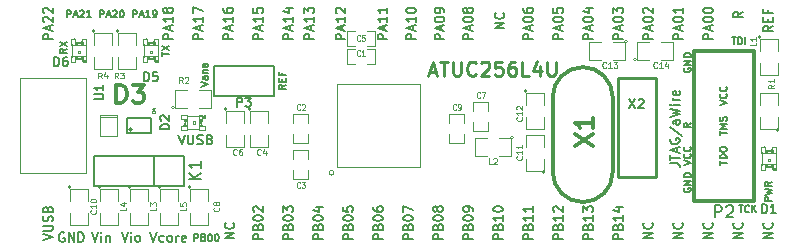
<source format=gto>
G04 (created by PCBNEW (2013-03-31 BZR 4008)-stable) date 21.10.2013 14:27:09*
%MOIN*%
G04 Gerber Fmt 3.4, Leading zero omitted, Abs format*
%FSLAX34Y34*%
G01*
G70*
G90*
G04 APERTURE LIST*
%ADD10C,0.006*%
%ADD11C,0.00590551*%
%ADD12C,0.00787402*%
%ADD13C,0.00984252*%
%ADD14C,0.005*%
%ADD15C,0.0039*%
%ADD16C,0.0047*%
%ADD17C,0.012*%
%ADD18C,0.0026*%
%ADD19C,0.004*%
%ADD20C,0.002*%
%ADD21C,0.0125*%
%ADD22C,0.01*%
%ADD23C,0.0043*%
%ADD24C,0.0045*%
%ADD25C,0.008*%
%ADD26C,0.0075*%
G04 APERTURE END LIST*
G54D10*
G54D11*
X83359Y-48809D02*
X83359Y-48674D01*
X83595Y-48741D02*
X83359Y-48741D01*
X83595Y-48595D02*
X83359Y-48595D01*
X83359Y-48539D01*
X83370Y-48505D01*
X83393Y-48483D01*
X83415Y-48471D01*
X83460Y-48460D01*
X83494Y-48460D01*
X83539Y-48471D01*
X83561Y-48483D01*
X83584Y-48505D01*
X83595Y-48539D01*
X83595Y-48595D01*
X83359Y-48314D02*
X83359Y-48269D01*
X83370Y-48246D01*
X83393Y-48224D01*
X83438Y-48213D01*
X83516Y-48213D01*
X83561Y-48224D01*
X83584Y-48246D01*
X83595Y-48269D01*
X83595Y-48314D01*
X83584Y-48336D01*
X83561Y-48359D01*
X83516Y-48370D01*
X83438Y-48370D01*
X83393Y-48359D01*
X83370Y-48336D01*
X83359Y-48314D01*
X83359Y-47814D02*
X83359Y-47679D01*
X83595Y-47747D02*
X83359Y-47747D01*
X83595Y-47601D02*
X83359Y-47601D01*
X83528Y-47522D01*
X83359Y-47443D01*
X83595Y-47443D01*
X83584Y-47342D02*
X83595Y-47308D01*
X83595Y-47252D01*
X83584Y-47230D01*
X83573Y-47218D01*
X83550Y-47207D01*
X83528Y-47207D01*
X83505Y-47218D01*
X83494Y-47230D01*
X83483Y-47252D01*
X83471Y-47297D01*
X83460Y-47320D01*
X83449Y-47331D01*
X83426Y-47342D01*
X83404Y-47342D01*
X83381Y-47331D01*
X83370Y-47320D01*
X83359Y-47297D01*
X83359Y-47241D01*
X83370Y-47207D01*
X83359Y-46814D02*
X83595Y-46736D01*
X83359Y-46657D01*
X83573Y-46443D02*
X83584Y-46455D01*
X83595Y-46488D01*
X83595Y-46511D01*
X83584Y-46544D01*
X83561Y-46567D01*
X83539Y-46578D01*
X83494Y-46589D01*
X83460Y-46589D01*
X83415Y-46578D01*
X83393Y-46567D01*
X83370Y-46544D01*
X83359Y-46511D01*
X83359Y-46488D01*
X83370Y-46455D01*
X83381Y-46443D01*
X83573Y-46207D02*
X83584Y-46218D01*
X83595Y-46252D01*
X83595Y-46275D01*
X83584Y-46308D01*
X83561Y-46331D01*
X83539Y-46342D01*
X83494Y-46353D01*
X83460Y-46353D01*
X83415Y-46342D01*
X83393Y-46331D01*
X83370Y-46308D01*
X83359Y-46275D01*
X83359Y-46252D01*
X83370Y-46218D01*
X83381Y-46207D01*
X83996Y-50159D02*
X84131Y-50159D01*
X84063Y-50395D02*
X84063Y-50159D01*
X84344Y-50373D02*
X84333Y-50384D01*
X84300Y-50395D01*
X84277Y-50395D01*
X84243Y-50384D01*
X84221Y-50361D01*
X84210Y-50339D01*
X84198Y-50294D01*
X84198Y-50260D01*
X84210Y-50215D01*
X84221Y-50193D01*
X84243Y-50170D01*
X84277Y-50159D01*
X84300Y-50159D01*
X84333Y-50170D01*
X84344Y-50181D01*
X84446Y-50395D02*
X84446Y-50159D01*
X84581Y-50395D02*
X84479Y-50260D01*
X84581Y-50159D02*
X84446Y-50294D01*
X82395Y-47426D02*
X82283Y-47505D01*
X82395Y-47561D02*
X82159Y-47561D01*
X82159Y-47471D01*
X82170Y-47449D01*
X82181Y-47438D01*
X82204Y-47426D01*
X82238Y-47426D01*
X82260Y-47438D01*
X82271Y-47449D01*
X82283Y-47471D01*
X82283Y-47561D01*
X83758Y-44559D02*
X83893Y-44559D01*
X83825Y-44795D02*
X83825Y-44559D01*
X83971Y-44795D02*
X83971Y-44559D01*
X84028Y-44559D01*
X84061Y-44570D01*
X84084Y-44593D01*
X84095Y-44615D01*
X84106Y-44660D01*
X84106Y-44694D01*
X84095Y-44739D01*
X84084Y-44761D01*
X84061Y-44784D01*
X84028Y-44795D01*
X83971Y-44795D01*
X84208Y-44795D02*
X84208Y-44559D01*
X82159Y-48814D02*
X82395Y-48736D01*
X82159Y-48657D01*
X82373Y-48443D02*
X82384Y-48455D01*
X82395Y-48488D01*
X82395Y-48511D01*
X82384Y-48544D01*
X82361Y-48567D01*
X82339Y-48578D01*
X82294Y-48589D01*
X82260Y-48589D01*
X82215Y-48578D01*
X82193Y-48567D01*
X82170Y-48544D01*
X82159Y-48511D01*
X82159Y-48488D01*
X82170Y-48455D01*
X82181Y-48443D01*
X82373Y-48207D02*
X82384Y-48218D01*
X82395Y-48252D01*
X82395Y-48275D01*
X82384Y-48308D01*
X82361Y-48331D01*
X82339Y-48342D01*
X82294Y-48353D01*
X82260Y-48353D01*
X82215Y-48342D01*
X82193Y-48331D01*
X82170Y-48308D01*
X82159Y-48275D01*
X82159Y-48252D01*
X82170Y-48218D01*
X82181Y-48207D01*
X82170Y-49579D02*
X82159Y-49602D01*
X82159Y-49636D01*
X82170Y-49669D01*
X82193Y-49692D01*
X82215Y-49703D01*
X82260Y-49714D01*
X82294Y-49714D01*
X82339Y-49703D01*
X82361Y-49692D01*
X82384Y-49669D01*
X82395Y-49636D01*
X82395Y-49613D01*
X82384Y-49579D01*
X82373Y-49568D01*
X82294Y-49568D01*
X82294Y-49613D01*
X82395Y-49467D02*
X82159Y-49467D01*
X82395Y-49332D01*
X82159Y-49332D01*
X82395Y-49220D02*
X82159Y-49220D01*
X82159Y-49163D01*
X82170Y-49130D01*
X82193Y-49107D01*
X82215Y-49096D01*
X82260Y-49085D01*
X82294Y-49085D01*
X82339Y-49096D01*
X82361Y-49107D01*
X82384Y-49130D01*
X82395Y-49163D01*
X82395Y-49220D01*
X82170Y-45579D02*
X82159Y-45602D01*
X82159Y-45636D01*
X82170Y-45669D01*
X82193Y-45692D01*
X82215Y-45703D01*
X82260Y-45714D01*
X82294Y-45714D01*
X82339Y-45703D01*
X82361Y-45692D01*
X82384Y-45669D01*
X82395Y-45636D01*
X82395Y-45613D01*
X82384Y-45579D01*
X82373Y-45568D01*
X82294Y-45568D01*
X82294Y-45613D01*
X82395Y-45467D02*
X82159Y-45467D01*
X82395Y-45332D01*
X82159Y-45332D01*
X82395Y-45220D02*
X82159Y-45220D01*
X82159Y-45163D01*
X82170Y-45130D01*
X82193Y-45107D01*
X82215Y-45096D01*
X82260Y-45085D01*
X82294Y-45085D01*
X82339Y-45096D01*
X82361Y-45107D01*
X82384Y-45130D01*
X82395Y-45163D01*
X82395Y-45220D01*
G54D12*
X81712Y-48762D02*
X81937Y-48762D01*
X81982Y-48777D01*
X82012Y-48807D01*
X82027Y-48852D01*
X82027Y-48882D01*
X81712Y-48657D02*
X81712Y-48477D01*
X82027Y-48567D02*
X81712Y-48567D01*
X81937Y-48387D02*
X81937Y-48237D01*
X82027Y-48417D02*
X81712Y-48312D01*
X82027Y-48207D01*
X81727Y-47937D02*
X81712Y-47967D01*
X81712Y-48012D01*
X81727Y-48057D01*
X81757Y-48087D01*
X81787Y-48102D01*
X81847Y-48117D01*
X81892Y-48117D01*
X81952Y-48102D01*
X81982Y-48087D01*
X82012Y-48057D01*
X82027Y-48012D01*
X82027Y-47982D01*
X82012Y-47937D01*
X81997Y-47922D01*
X81892Y-47922D01*
X81892Y-47982D01*
X81697Y-47562D02*
X82102Y-47832D01*
X82027Y-47322D02*
X81862Y-47322D01*
X81832Y-47337D01*
X81817Y-47367D01*
X81817Y-47427D01*
X81832Y-47457D01*
X82012Y-47322D02*
X82027Y-47352D01*
X82027Y-47427D01*
X82012Y-47457D01*
X81982Y-47472D01*
X81952Y-47472D01*
X81922Y-47457D01*
X81907Y-47427D01*
X81907Y-47352D01*
X81892Y-47322D01*
X81712Y-47202D02*
X82027Y-47127D01*
X81802Y-47067D01*
X82027Y-47007D01*
X81712Y-46932D01*
X82027Y-46812D02*
X81817Y-46812D01*
X81712Y-46812D02*
X81727Y-46827D01*
X81742Y-46812D01*
X81727Y-46797D01*
X81712Y-46812D01*
X81742Y-46812D01*
X82027Y-46662D02*
X81817Y-46662D01*
X81877Y-46662D02*
X81847Y-46647D01*
X81832Y-46632D01*
X81817Y-46602D01*
X81817Y-46572D01*
X82012Y-46347D02*
X82027Y-46377D01*
X82027Y-46437D01*
X82012Y-46467D01*
X81982Y-46482D01*
X81862Y-46482D01*
X81832Y-46467D01*
X81817Y-46437D01*
X81817Y-46377D01*
X81832Y-46347D01*
X81862Y-46332D01*
X81892Y-46332D01*
X81922Y-46482D01*
G54D11*
X66059Y-46199D02*
X66295Y-46120D01*
X66059Y-46041D01*
X66295Y-45861D02*
X66171Y-45861D01*
X66149Y-45873D01*
X66138Y-45895D01*
X66138Y-45940D01*
X66149Y-45963D01*
X66284Y-45861D02*
X66295Y-45884D01*
X66295Y-45940D01*
X66284Y-45963D01*
X66261Y-45974D01*
X66239Y-45974D01*
X66216Y-45963D01*
X66205Y-45940D01*
X66205Y-45884D01*
X66194Y-45861D01*
X66138Y-45749D02*
X66295Y-45749D01*
X66160Y-45749D02*
X66149Y-45738D01*
X66138Y-45715D01*
X66138Y-45681D01*
X66149Y-45659D01*
X66171Y-45648D01*
X66295Y-45648D01*
X66295Y-45434D02*
X66171Y-45434D01*
X66149Y-45445D01*
X66138Y-45468D01*
X66138Y-45513D01*
X66149Y-45535D01*
X66284Y-45434D02*
X66295Y-45456D01*
X66295Y-45513D01*
X66284Y-45535D01*
X66261Y-45546D01*
X66239Y-45546D01*
X66216Y-45535D01*
X66205Y-45513D01*
X66205Y-45456D01*
X66194Y-45434D01*
X68895Y-46134D02*
X68783Y-46213D01*
X68895Y-46269D02*
X68659Y-46269D01*
X68659Y-46179D01*
X68670Y-46157D01*
X68681Y-46146D01*
X68704Y-46134D01*
X68738Y-46134D01*
X68760Y-46146D01*
X68771Y-46157D01*
X68783Y-46179D01*
X68783Y-46269D01*
X68771Y-46033D02*
X68771Y-45955D01*
X68895Y-45921D02*
X68895Y-46033D01*
X68659Y-46033D01*
X68659Y-45921D01*
X68771Y-45741D02*
X68771Y-45820D01*
X68895Y-45820D02*
X68659Y-45820D01*
X68659Y-45707D01*
X64759Y-45179D02*
X64759Y-45044D01*
X64995Y-45112D02*
X64759Y-45112D01*
X64759Y-44988D02*
X64995Y-44831D01*
X64759Y-44831D02*
X64995Y-44988D01*
X61595Y-44939D02*
X61483Y-45018D01*
X61595Y-45074D02*
X61359Y-45074D01*
X61359Y-44984D01*
X61370Y-44961D01*
X61381Y-44950D01*
X61404Y-44939D01*
X61438Y-44939D01*
X61460Y-44950D01*
X61471Y-44961D01*
X61483Y-44984D01*
X61483Y-45074D01*
X61359Y-44860D02*
X61595Y-44703D01*
X61359Y-44703D02*
X61595Y-44860D01*
X85095Y-50014D02*
X84859Y-50014D01*
X84859Y-49924D01*
X84870Y-49902D01*
X84881Y-49891D01*
X84904Y-49879D01*
X84938Y-49879D01*
X84960Y-49891D01*
X84971Y-49902D01*
X84983Y-49924D01*
X84983Y-50014D01*
X84859Y-49801D02*
X85095Y-49744D01*
X84926Y-49700D01*
X85095Y-49655D01*
X84859Y-49598D01*
X85095Y-49373D02*
X84983Y-49452D01*
X85095Y-49508D02*
X84859Y-49508D01*
X84859Y-49418D01*
X84870Y-49396D01*
X84881Y-49385D01*
X84904Y-49373D01*
X84938Y-49373D01*
X84960Y-49385D01*
X84971Y-49396D01*
X84983Y-49418D01*
X84983Y-49508D01*
G54D12*
X65322Y-47812D02*
X65427Y-48127D01*
X65532Y-47812D01*
X65637Y-47812D02*
X65637Y-48067D01*
X65652Y-48097D01*
X65667Y-48112D01*
X65697Y-48127D01*
X65757Y-48127D01*
X65787Y-48112D01*
X65802Y-48097D01*
X65817Y-48067D01*
X65817Y-47812D01*
X65952Y-48112D02*
X65997Y-48127D01*
X66072Y-48127D01*
X66102Y-48112D01*
X66117Y-48097D01*
X66132Y-48067D01*
X66132Y-48037D01*
X66117Y-48007D01*
X66102Y-47992D01*
X66072Y-47977D01*
X66012Y-47962D01*
X65982Y-47947D01*
X65967Y-47932D01*
X65952Y-47902D01*
X65952Y-47872D01*
X65967Y-47842D01*
X65982Y-47827D01*
X66012Y-47812D01*
X66087Y-47812D01*
X66132Y-47827D01*
X66372Y-47962D02*
X66417Y-47977D01*
X66432Y-47992D01*
X66447Y-48022D01*
X66447Y-48067D01*
X66432Y-48097D01*
X66417Y-48112D01*
X66387Y-48127D01*
X66267Y-48127D01*
X66267Y-47812D01*
X66372Y-47812D01*
X66402Y-47827D01*
X66417Y-47842D01*
X66432Y-47872D01*
X66432Y-47902D01*
X66417Y-47932D01*
X66402Y-47947D01*
X66372Y-47962D01*
X66267Y-47962D01*
G54D13*
X73685Y-45706D02*
X73910Y-45706D01*
X73640Y-45841D02*
X73797Y-45368D01*
X73955Y-45841D01*
X74045Y-45368D02*
X74315Y-45368D01*
X74180Y-45841D02*
X74180Y-45368D01*
X74472Y-45368D02*
X74472Y-45751D01*
X74495Y-45796D01*
X74517Y-45818D01*
X74562Y-45841D01*
X74652Y-45841D01*
X74697Y-45818D01*
X74720Y-45796D01*
X74742Y-45751D01*
X74742Y-45368D01*
X75237Y-45796D02*
X75215Y-45818D01*
X75147Y-45841D01*
X75102Y-45841D01*
X75035Y-45818D01*
X74990Y-45773D01*
X74967Y-45728D01*
X74945Y-45638D01*
X74945Y-45571D01*
X74967Y-45481D01*
X74990Y-45436D01*
X75035Y-45391D01*
X75102Y-45368D01*
X75147Y-45368D01*
X75215Y-45391D01*
X75237Y-45413D01*
X75417Y-45413D02*
X75440Y-45391D01*
X75485Y-45368D01*
X75597Y-45368D01*
X75642Y-45391D01*
X75665Y-45413D01*
X75687Y-45458D01*
X75687Y-45503D01*
X75665Y-45571D01*
X75395Y-45841D01*
X75687Y-45841D01*
X76114Y-45368D02*
X75889Y-45368D01*
X75867Y-45593D01*
X75889Y-45571D01*
X75934Y-45548D01*
X76047Y-45548D01*
X76092Y-45571D01*
X76114Y-45593D01*
X76137Y-45638D01*
X76137Y-45751D01*
X76114Y-45796D01*
X76092Y-45818D01*
X76047Y-45841D01*
X75934Y-45841D01*
X75889Y-45818D01*
X75867Y-45796D01*
X76542Y-45368D02*
X76452Y-45368D01*
X76407Y-45391D01*
X76384Y-45413D01*
X76339Y-45481D01*
X76317Y-45571D01*
X76317Y-45751D01*
X76339Y-45796D01*
X76362Y-45818D01*
X76407Y-45841D01*
X76497Y-45841D01*
X76542Y-45818D01*
X76564Y-45796D01*
X76587Y-45751D01*
X76587Y-45638D01*
X76564Y-45593D01*
X76542Y-45571D01*
X76497Y-45548D01*
X76407Y-45548D01*
X76362Y-45571D01*
X76339Y-45593D01*
X76317Y-45638D01*
X77014Y-45841D02*
X76789Y-45841D01*
X76789Y-45368D01*
X77374Y-45526D02*
X77374Y-45841D01*
X77262Y-45346D02*
X77149Y-45683D01*
X77442Y-45683D01*
X77622Y-45368D02*
X77622Y-45751D01*
X77644Y-45796D01*
X77667Y-45818D01*
X77712Y-45841D01*
X77802Y-45841D01*
X77847Y-45818D01*
X77869Y-45796D01*
X77892Y-45751D01*
X77892Y-45368D01*
G54D11*
X61611Y-43895D02*
X61611Y-43659D01*
X61701Y-43659D01*
X61724Y-43670D01*
X61735Y-43681D01*
X61746Y-43704D01*
X61746Y-43738D01*
X61735Y-43760D01*
X61724Y-43771D01*
X61701Y-43783D01*
X61611Y-43783D01*
X61836Y-43828D02*
X61949Y-43828D01*
X61814Y-43895D02*
X61893Y-43659D01*
X61971Y-43895D01*
X62039Y-43681D02*
X62050Y-43670D01*
X62073Y-43659D01*
X62129Y-43659D01*
X62151Y-43670D01*
X62163Y-43681D01*
X62174Y-43704D01*
X62174Y-43726D01*
X62163Y-43760D01*
X62028Y-43895D01*
X62174Y-43895D01*
X62399Y-43895D02*
X62264Y-43895D01*
X62331Y-43895D02*
X62331Y-43659D01*
X62309Y-43693D01*
X62286Y-43715D01*
X62264Y-43726D01*
X62711Y-43895D02*
X62711Y-43659D01*
X62801Y-43659D01*
X62824Y-43670D01*
X62835Y-43681D01*
X62846Y-43704D01*
X62846Y-43738D01*
X62835Y-43760D01*
X62824Y-43771D01*
X62801Y-43783D01*
X62711Y-43783D01*
X62936Y-43828D02*
X63049Y-43828D01*
X62914Y-43895D02*
X62993Y-43659D01*
X63071Y-43895D01*
X63139Y-43681D02*
X63150Y-43670D01*
X63173Y-43659D01*
X63229Y-43659D01*
X63251Y-43670D01*
X63263Y-43681D01*
X63274Y-43704D01*
X63274Y-43726D01*
X63263Y-43760D01*
X63128Y-43895D01*
X63274Y-43895D01*
X63420Y-43659D02*
X63443Y-43659D01*
X63465Y-43670D01*
X63476Y-43681D01*
X63488Y-43704D01*
X63499Y-43749D01*
X63499Y-43805D01*
X63488Y-43850D01*
X63476Y-43873D01*
X63465Y-43884D01*
X63443Y-43895D01*
X63420Y-43895D01*
X63398Y-43884D01*
X63386Y-43873D01*
X63375Y-43850D01*
X63364Y-43805D01*
X63364Y-43749D01*
X63375Y-43704D01*
X63386Y-43681D01*
X63398Y-43670D01*
X63420Y-43659D01*
G54D12*
X61127Y-44617D02*
X60812Y-44617D01*
X60812Y-44497D01*
X60827Y-44467D01*
X60842Y-44452D01*
X60872Y-44437D01*
X60917Y-44437D01*
X60947Y-44452D01*
X60962Y-44467D01*
X60977Y-44497D01*
X60977Y-44617D01*
X61037Y-44317D02*
X61037Y-44167D01*
X61127Y-44347D02*
X60812Y-44242D01*
X61127Y-44137D01*
X60842Y-44047D02*
X60827Y-44032D01*
X60812Y-44002D01*
X60812Y-43927D01*
X60827Y-43897D01*
X60842Y-43882D01*
X60872Y-43867D01*
X60902Y-43867D01*
X60947Y-43882D01*
X61127Y-44062D01*
X61127Y-43867D01*
X60842Y-43747D02*
X60827Y-43732D01*
X60812Y-43702D01*
X60812Y-43627D01*
X60827Y-43597D01*
X60842Y-43582D01*
X60872Y-43567D01*
X60902Y-43567D01*
X60947Y-43582D01*
X61127Y-43762D01*
X61127Y-43567D01*
G54D11*
X63811Y-43895D02*
X63811Y-43659D01*
X63901Y-43659D01*
X63924Y-43670D01*
X63935Y-43681D01*
X63946Y-43704D01*
X63946Y-43738D01*
X63935Y-43760D01*
X63924Y-43771D01*
X63901Y-43783D01*
X63811Y-43783D01*
X64036Y-43828D02*
X64149Y-43828D01*
X64014Y-43895D02*
X64093Y-43659D01*
X64171Y-43895D01*
X64374Y-43895D02*
X64239Y-43895D01*
X64306Y-43895D02*
X64306Y-43659D01*
X64284Y-43693D01*
X64261Y-43715D01*
X64239Y-43726D01*
X64486Y-43895D02*
X64531Y-43895D01*
X64554Y-43884D01*
X64565Y-43873D01*
X64588Y-43839D01*
X64599Y-43794D01*
X64599Y-43704D01*
X64588Y-43681D01*
X64576Y-43670D01*
X64554Y-43659D01*
X64509Y-43659D01*
X64486Y-43670D01*
X64475Y-43681D01*
X64464Y-43704D01*
X64464Y-43760D01*
X64475Y-43783D01*
X64486Y-43794D01*
X64509Y-43805D01*
X64554Y-43805D01*
X64576Y-43794D01*
X64588Y-43783D01*
X64599Y-43760D01*
G54D12*
X65127Y-44617D02*
X64812Y-44617D01*
X64812Y-44497D01*
X64827Y-44467D01*
X64842Y-44452D01*
X64872Y-44437D01*
X64917Y-44437D01*
X64947Y-44452D01*
X64962Y-44467D01*
X64977Y-44497D01*
X64977Y-44617D01*
X65037Y-44317D02*
X65037Y-44167D01*
X65127Y-44347D02*
X64812Y-44242D01*
X65127Y-44137D01*
X65127Y-43867D02*
X65127Y-44047D01*
X65127Y-43957D02*
X64812Y-43957D01*
X64857Y-43987D01*
X64887Y-44017D01*
X64902Y-44047D01*
X64947Y-43687D02*
X64932Y-43717D01*
X64917Y-43732D01*
X64887Y-43747D01*
X64872Y-43747D01*
X64842Y-43732D01*
X64827Y-43717D01*
X64812Y-43687D01*
X64812Y-43627D01*
X64827Y-43597D01*
X64842Y-43582D01*
X64872Y-43567D01*
X64887Y-43567D01*
X64917Y-43582D01*
X64932Y-43597D01*
X64947Y-43627D01*
X64947Y-43687D01*
X64962Y-43717D01*
X64977Y-43732D01*
X65007Y-43747D01*
X65067Y-43747D01*
X65097Y-43732D01*
X65112Y-43717D01*
X65127Y-43687D01*
X65127Y-43627D01*
X65112Y-43597D01*
X65097Y-43582D01*
X65067Y-43567D01*
X65007Y-43567D01*
X64977Y-43582D01*
X64962Y-43597D01*
X64947Y-43627D01*
X66127Y-44617D02*
X65812Y-44617D01*
X65812Y-44497D01*
X65827Y-44467D01*
X65842Y-44452D01*
X65872Y-44437D01*
X65917Y-44437D01*
X65947Y-44452D01*
X65962Y-44467D01*
X65977Y-44497D01*
X65977Y-44617D01*
X66037Y-44317D02*
X66037Y-44167D01*
X66127Y-44347D02*
X65812Y-44242D01*
X66127Y-44137D01*
X66127Y-43867D02*
X66127Y-44047D01*
X66127Y-43957D02*
X65812Y-43957D01*
X65857Y-43987D01*
X65887Y-44017D01*
X65902Y-44047D01*
X65812Y-43762D02*
X65812Y-43552D01*
X66127Y-43687D01*
X67127Y-44617D02*
X66812Y-44617D01*
X66812Y-44497D01*
X66827Y-44467D01*
X66842Y-44452D01*
X66872Y-44437D01*
X66917Y-44437D01*
X66947Y-44452D01*
X66962Y-44467D01*
X66977Y-44497D01*
X66977Y-44617D01*
X67037Y-44317D02*
X67037Y-44167D01*
X67127Y-44347D02*
X66812Y-44242D01*
X67127Y-44137D01*
X67127Y-43867D02*
X67127Y-44047D01*
X67127Y-43957D02*
X66812Y-43957D01*
X66857Y-43987D01*
X66887Y-44017D01*
X66902Y-44047D01*
X66812Y-43597D02*
X66812Y-43657D01*
X66827Y-43687D01*
X66842Y-43702D01*
X66887Y-43732D01*
X66947Y-43747D01*
X67067Y-43747D01*
X67097Y-43732D01*
X67112Y-43717D01*
X67127Y-43687D01*
X67127Y-43627D01*
X67112Y-43597D01*
X67097Y-43582D01*
X67067Y-43567D01*
X66992Y-43567D01*
X66962Y-43582D01*
X66947Y-43597D01*
X66932Y-43627D01*
X66932Y-43687D01*
X66947Y-43717D01*
X66962Y-43732D01*
X66992Y-43747D01*
X68127Y-44617D02*
X67812Y-44617D01*
X67812Y-44497D01*
X67827Y-44467D01*
X67842Y-44452D01*
X67872Y-44437D01*
X67917Y-44437D01*
X67947Y-44452D01*
X67962Y-44467D01*
X67977Y-44497D01*
X67977Y-44617D01*
X68037Y-44317D02*
X68037Y-44167D01*
X68127Y-44347D02*
X67812Y-44242D01*
X68127Y-44137D01*
X68127Y-43867D02*
X68127Y-44047D01*
X68127Y-43957D02*
X67812Y-43957D01*
X67857Y-43987D01*
X67887Y-44017D01*
X67902Y-44047D01*
X67812Y-43582D02*
X67812Y-43732D01*
X67962Y-43747D01*
X67947Y-43732D01*
X67932Y-43702D01*
X67932Y-43627D01*
X67947Y-43597D01*
X67962Y-43582D01*
X67992Y-43567D01*
X68067Y-43567D01*
X68097Y-43582D01*
X68112Y-43597D01*
X68127Y-43627D01*
X68127Y-43702D01*
X68112Y-43732D01*
X68097Y-43747D01*
X69127Y-44617D02*
X68812Y-44617D01*
X68812Y-44497D01*
X68827Y-44467D01*
X68842Y-44452D01*
X68872Y-44437D01*
X68917Y-44437D01*
X68947Y-44452D01*
X68962Y-44467D01*
X68977Y-44497D01*
X68977Y-44617D01*
X69037Y-44317D02*
X69037Y-44167D01*
X69127Y-44347D02*
X68812Y-44242D01*
X69127Y-44137D01*
X69127Y-43867D02*
X69127Y-44047D01*
X69127Y-43957D02*
X68812Y-43957D01*
X68857Y-43987D01*
X68887Y-44017D01*
X68902Y-44047D01*
X68917Y-43597D02*
X69127Y-43597D01*
X68797Y-43672D02*
X69022Y-43747D01*
X69022Y-43552D01*
X69827Y-44617D02*
X69512Y-44617D01*
X69512Y-44497D01*
X69527Y-44467D01*
X69542Y-44452D01*
X69572Y-44437D01*
X69617Y-44437D01*
X69647Y-44452D01*
X69662Y-44467D01*
X69677Y-44497D01*
X69677Y-44617D01*
X69737Y-44317D02*
X69737Y-44167D01*
X69827Y-44347D02*
X69512Y-44242D01*
X69827Y-44137D01*
X69827Y-43867D02*
X69827Y-44047D01*
X69827Y-43957D02*
X69512Y-43957D01*
X69557Y-43987D01*
X69587Y-44017D01*
X69602Y-44047D01*
X69512Y-43762D02*
X69512Y-43567D01*
X69632Y-43672D01*
X69632Y-43627D01*
X69647Y-43597D01*
X69662Y-43582D01*
X69692Y-43567D01*
X69767Y-43567D01*
X69797Y-43582D01*
X69812Y-43597D01*
X69827Y-43627D01*
X69827Y-43717D01*
X69812Y-43747D01*
X69797Y-43762D01*
X70877Y-44617D02*
X70562Y-44617D01*
X70562Y-44497D01*
X70577Y-44467D01*
X70592Y-44452D01*
X70622Y-44437D01*
X70667Y-44437D01*
X70697Y-44452D01*
X70712Y-44467D01*
X70727Y-44497D01*
X70727Y-44617D01*
X70787Y-44317D02*
X70787Y-44167D01*
X70877Y-44347D02*
X70562Y-44242D01*
X70877Y-44137D01*
X70877Y-43867D02*
X70877Y-44047D01*
X70877Y-43957D02*
X70562Y-43957D01*
X70607Y-43987D01*
X70637Y-44017D01*
X70652Y-44047D01*
X70592Y-43747D02*
X70577Y-43732D01*
X70562Y-43702D01*
X70562Y-43627D01*
X70577Y-43597D01*
X70592Y-43582D01*
X70622Y-43567D01*
X70652Y-43567D01*
X70697Y-43582D01*
X70877Y-43762D01*
X70877Y-43567D01*
X72277Y-44617D02*
X71962Y-44617D01*
X71962Y-44497D01*
X71977Y-44467D01*
X71992Y-44452D01*
X72022Y-44437D01*
X72067Y-44437D01*
X72097Y-44452D01*
X72112Y-44467D01*
X72127Y-44497D01*
X72127Y-44617D01*
X72187Y-44317D02*
X72187Y-44167D01*
X72277Y-44347D02*
X71962Y-44242D01*
X72277Y-44137D01*
X72277Y-43867D02*
X72277Y-44047D01*
X72277Y-43957D02*
X71962Y-43957D01*
X72007Y-43987D01*
X72037Y-44017D01*
X72052Y-44047D01*
X72277Y-43567D02*
X72277Y-43747D01*
X72277Y-43657D02*
X71962Y-43657D01*
X72007Y-43687D01*
X72037Y-43717D01*
X72052Y-43747D01*
X73227Y-44617D02*
X72912Y-44617D01*
X72912Y-44497D01*
X72927Y-44467D01*
X72942Y-44452D01*
X72972Y-44437D01*
X73017Y-44437D01*
X73047Y-44452D01*
X73062Y-44467D01*
X73077Y-44497D01*
X73077Y-44617D01*
X73137Y-44317D02*
X73137Y-44167D01*
X73227Y-44347D02*
X72912Y-44242D01*
X73227Y-44137D01*
X73227Y-43867D02*
X73227Y-44047D01*
X73227Y-43957D02*
X72912Y-43957D01*
X72957Y-43987D01*
X72987Y-44017D01*
X73002Y-44047D01*
X72912Y-43672D02*
X72912Y-43642D01*
X72927Y-43612D01*
X72942Y-43597D01*
X72972Y-43582D01*
X73032Y-43567D01*
X73107Y-43567D01*
X73167Y-43582D01*
X73197Y-43597D01*
X73212Y-43612D01*
X73227Y-43642D01*
X73227Y-43672D01*
X73212Y-43702D01*
X73197Y-43717D01*
X73167Y-43732D01*
X73107Y-43747D01*
X73032Y-43747D01*
X72972Y-43732D01*
X72942Y-43717D01*
X72927Y-43702D01*
X72912Y-43672D01*
X74177Y-44617D02*
X73862Y-44617D01*
X73862Y-44497D01*
X73877Y-44467D01*
X73892Y-44452D01*
X73922Y-44437D01*
X73967Y-44437D01*
X73997Y-44452D01*
X74012Y-44467D01*
X74027Y-44497D01*
X74027Y-44617D01*
X74087Y-44317D02*
X74087Y-44167D01*
X74177Y-44347D02*
X73862Y-44242D01*
X74177Y-44137D01*
X73862Y-43972D02*
X73862Y-43942D01*
X73877Y-43912D01*
X73892Y-43897D01*
X73922Y-43882D01*
X73982Y-43867D01*
X74057Y-43867D01*
X74117Y-43882D01*
X74147Y-43897D01*
X74162Y-43912D01*
X74177Y-43942D01*
X74177Y-43972D01*
X74162Y-44002D01*
X74147Y-44017D01*
X74117Y-44032D01*
X74057Y-44047D01*
X73982Y-44047D01*
X73922Y-44032D01*
X73892Y-44017D01*
X73877Y-44002D01*
X73862Y-43972D01*
X74177Y-43717D02*
X74177Y-43657D01*
X74162Y-43627D01*
X74147Y-43612D01*
X74102Y-43582D01*
X74042Y-43567D01*
X73922Y-43567D01*
X73892Y-43582D01*
X73877Y-43597D01*
X73862Y-43627D01*
X73862Y-43687D01*
X73877Y-43717D01*
X73892Y-43732D01*
X73922Y-43747D01*
X73997Y-43747D01*
X74027Y-43732D01*
X74042Y-43717D01*
X74057Y-43687D01*
X74057Y-43627D01*
X74042Y-43597D01*
X74027Y-43582D01*
X73997Y-43567D01*
X75127Y-44617D02*
X74812Y-44617D01*
X74812Y-44497D01*
X74827Y-44467D01*
X74842Y-44452D01*
X74872Y-44437D01*
X74917Y-44437D01*
X74947Y-44452D01*
X74962Y-44467D01*
X74977Y-44497D01*
X74977Y-44617D01*
X75037Y-44317D02*
X75037Y-44167D01*
X75127Y-44347D02*
X74812Y-44242D01*
X75127Y-44137D01*
X74812Y-43972D02*
X74812Y-43942D01*
X74827Y-43912D01*
X74842Y-43897D01*
X74872Y-43882D01*
X74932Y-43867D01*
X75007Y-43867D01*
X75067Y-43882D01*
X75097Y-43897D01*
X75112Y-43912D01*
X75127Y-43942D01*
X75127Y-43972D01*
X75112Y-44002D01*
X75097Y-44017D01*
X75067Y-44032D01*
X75007Y-44047D01*
X74932Y-44047D01*
X74872Y-44032D01*
X74842Y-44017D01*
X74827Y-44002D01*
X74812Y-43972D01*
X74947Y-43687D02*
X74932Y-43717D01*
X74917Y-43732D01*
X74887Y-43747D01*
X74872Y-43747D01*
X74842Y-43732D01*
X74827Y-43717D01*
X74812Y-43687D01*
X74812Y-43627D01*
X74827Y-43597D01*
X74842Y-43582D01*
X74872Y-43567D01*
X74887Y-43567D01*
X74917Y-43582D01*
X74932Y-43597D01*
X74947Y-43627D01*
X74947Y-43687D01*
X74962Y-43717D01*
X74977Y-43732D01*
X75007Y-43747D01*
X75067Y-43747D01*
X75097Y-43732D01*
X75112Y-43717D01*
X75127Y-43687D01*
X75127Y-43627D01*
X75112Y-43597D01*
X75097Y-43582D01*
X75067Y-43567D01*
X75007Y-43567D01*
X74977Y-43582D01*
X74962Y-43597D01*
X74947Y-43627D01*
X77127Y-44617D02*
X76812Y-44617D01*
X76812Y-44497D01*
X76827Y-44467D01*
X76842Y-44452D01*
X76872Y-44437D01*
X76917Y-44437D01*
X76947Y-44452D01*
X76962Y-44467D01*
X76977Y-44497D01*
X76977Y-44617D01*
X77037Y-44317D02*
X77037Y-44167D01*
X77127Y-44347D02*
X76812Y-44242D01*
X77127Y-44137D01*
X76812Y-43972D02*
X76812Y-43942D01*
X76827Y-43912D01*
X76842Y-43897D01*
X76872Y-43882D01*
X76932Y-43867D01*
X77007Y-43867D01*
X77067Y-43882D01*
X77097Y-43897D01*
X77112Y-43912D01*
X77127Y-43942D01*
X77127Y-43972D01*
X77112Y-44002D01*
X77097Y-44017D01*
X77067Y-44032D01*
X77007Y-44047D01*
X76932Y-44047D01*
X76872Y-44032D01*
X76842Y-44017D01*
X76827Y-44002D01*
X76812Y-43972D01*
X76812Y-43597D02*
X76812Y-43657D01*
X76827Y-43687D01*
X76842Y-43702D01*
X76887Y-43732D01*
X76947Y-43747D01*
X77067Y-43747D01*
X77097Y-43732D01*
X77112Y-43717D01*
X77127Y-43687D01*
X77127Y-43627D01*
X77112Y-43597D01*
X77097Y-43582D01*
X77067Y-43567D01*
X76992Y-43567D01*
X76962Y-43582D01*
X76947Y-43597D01*
X76932Y-43627D01*
X76932Y-43687D01*
X76947Y-43717D01*
X76962Y-43732D01*
X76992Y-43747D01*
X78127Y-44617D02*
X77812Y-44617D01*
X77812Y-44497D01*
X77827Y-44467D01*
X77842Y-44452D01*
X77872Y-44437D01*
X77917Y-44437D01*
X77947Y-44452D01*
X77962Y-44467D01*
X77977Y-44497D01*
X77977Y-44617D01*
X78037Y-44317D02*
X78037Y-44167D01*
X78127Y-44347D02*
X77812Y-44242D01*
X78127Y-44137D01*
X77812Y-43972D02*
X77812Y-43942D01*
X77827Y-43912D01*
X77842Y-43897D01*
X77872Y-43882D01*
X77932Y-43867D01*
X78007Y-43867D01*
X78067Y-43882D01*
X78097Y-43897D01*
X78112Y-43912D01*
X78127Y-43942D01*
X78127Y-43972D01*
X78112Y-44002D01*
X78097Y-44017D01*
X78067Y-44032D01*
X78007Y-44047D01*
X77932Y-44047D01*
X77872Y-44032D01*
X77842Y-44017D01*
X77827Y-44002D01*
X77812Y-43972D01*
X77812Y-43582D02*
X77812Y-43732D01*
X77962Y-43747D01*
X77947Y-43732D01*
X77932Y-43702D01*
X77932Y-43627D01*
X77947Y-43597D01*
X77962Y-43582D01*
X77992Y-43567D01*
X78067Y-43567D01*
X78097Y-43582D01*
X78112Y-43597D01*
X78127Y-43627D01*
X78127Y-43702D01*
X78112Y-43732D01*
X78097Y-43747D01*
X79127Y-44617D02*
X78812Y-44617D01*
X78812Y-44497D01*
X78827Y-44467D01*
X78842Y-44452D01*
X78872Y-44437D01*
X78917Y-44437D01*
X78947Y-44452D01*
X78962Y-44467D01*
X78977Y-44497D01*
X78977Y-44617D01*
X79037Y-44317D02*
X79037Y-44167D01*
X79127Y-44347D02*
X78812Y-44242D01*
X79127Y-44137D01*
X78812Y-43972D02*
X78812Y-43942D01*
X78827Y-43912D01*
X78842Y-43897D01*
X78872Y-43882D01*
X78932Y-43867D01*
X79007Y-43867D01*
X79067Y-43882D01*
X79097Y-43897D01*
X79112Y-43912D01*
X79127Y-43942D01*
X79127Y-43972D01*
X79112Y-44002D01*
X79097Y-44017D01*
X79067Y-44032D01*
X79007Y-44047D01*
X78932Y-44047D01*
X78872Y-44032D01*
X78842Y-44017D01*
X78827Y-44002D01*
X78812Y-43972D01*
X78917Y-43597D02*
X79127Y-43597D01*
X78797Y-43672D02*
X79022Y-43747D01*
X79022Y-43552D01*
X80127Y-44617D02*
X79812Y-44617D01*
X79812Y-44497D01*
X79827Y-44467D01*
X79842Y-44452D01*
X79872Y-44437D01*
X79917Y-44437D01*
X79947Y-44452D01*
X79962Y-44467D01*
X79977Y-44497D01*
X79977Y-44617D01*
X80037Y-44317D02*
X80037Y-44167D01*
X80127Y-44347D02*
X79812Y-44242D01*
X80127Y-44137D01*
X79812Y-43972D02*
X79812Y-43942D01*
X79827Y-43912D01*
X79842Y-43897D01*
X79872Y-43882D01*
X79932Y-43867D01*
X80007Y-43867D01*
X80067Y-43882D01*
X80097Y-43897D01*
X80112Y-43912D01*
X80127Y-43942D01*
X80127Y-43972D01*
X80112Y-44002D01*
X80097Y-44017D01*
X80067Y-44032D01*
X80007Y-44047D01*
X79932Y-44047D01*
X79872Y-44032D01*
X79842Y-44017D01*
X79827Y-44002D01*
X79812Y-43972D01*
X79812Y-43762D02*
X79812Y-43567D01*
X79932Y-43672D01*
X79932Y-43627D01*
X79947Y-43597D01*
X79962Y-43582D01*
X79992Y-43567D01*
X80067Y-43567D01*
X80097Y-43582D01*
X80112Y-43597D01*
X80127Y-43627D01*
X80127Y-43717D01*
X80112Y-43747D01*
X80097Y-43762D01*
X81127Y-44617D02*
X80812Y-44617D01*
X80812Y-44497D01*
X80827Y-44467D01*
X80842Y-44452D01*
X80872Y-44437D01*
X80917Y-44437D01*
X80947Y-44452D01*
X80962Y-44467D01*
X80977Y-44497D01*
X80977Y-44617D01*
X81037Y-44317D02*
X81037Y-44167D01*
X81127Y-44347D02*
X80812Y-44242D01*
X81127Y-44137D01*
X80812Y-43972D02*
X80812Y-43942D01*
X80827Y-43912D01*
X80842Y-43897D01*
X80872Y-43882D01*
X80932Y-43867D01*
X81007Y-43867D01*
X81067Y-43882D01*
X81097Y-43897D01*
X81112Y-43912D01*
X81127Y-43942D01*
X81127Y-43972D01*
X81112Y-44002D01*
X81097Y-44017D01*
X81067Y-44032D01*
X81007Y-44047D01*
X80932Y-44047D01*
X80872Y-44032D01*
X80842Y-44017D01*
X80827Y-44002D01*
X80812Y-43972D01*
X80842Y-43747D02*
X80827Y-43732D01*
X80812Y-43702D01*
X80812Y-43627D01*
X80827Y-43597D01*
X80842Y-43582D01*
X80872Y-43567D01*
X80902Y-43567D01*
X80947Y-43582D01*
X81127Y-43762D01*
X81127Y-43567D01*
X82127Y-44617D02*
X81812Y-44617D01*
X81812Y-44497D01*
X81827Y-44467D01*
X81842Y-44452D01*
X81872Y-44437D01*
X81917Y-44437D01*
X81947Y-44452D01*
X81962Y-44467D01*
X81977Y-44497D01*
X81977Y-44617D01*
X82037Y-44317D02*
X82037Y-44167D01*
X82127Y-44347D02*
X81812Y-44242D01*
X82127Y-44137D01*
X81812Y-43972D02*
X81812Y-43942D01*
X81827Y-43912D01*
X81842Y-43897D01*
X81872Y-43882D01*
X81932Y-43867D01*
X82007Y-43867D01*
X82067Y-43882D01*
X82097Y-43897D01*
X82112Y-43912D01*
X82127Y-43942D01*
X82127Y-43972D01*
X82112Y-44002D01*
X82097Y-44017D01*
X82067Y-44032D01*
X82007Y-44047D01*
X81932Y-44047D01*
X81872Y-44032D01*
X81842Y-44017D01*
X81827Y-44002D01*
X81812Y-43972D01*
X82127Y-43567D02*
X82127Y-43747D01*
X82127Y-43657D02*
X81812Y-43657D01*
X81857Y-43687D01*
X81887Y-43717D01*
X81902Y-43747D01*
X83127Y-44617D02*
X82812Y-44617D01*
X82812Y-44497D01*
X82827Y-44467D01*
X82842Y-44452D01*
X82872Y-44437D01*
X82917Y-44437D01*
X82947Y-44452D01*
X82962Y-44467D01*
X82977Y-44497D01*
X82977Y-44617D01*
X83037Y-44317D02*
X83037Y-44167D01*
X83127Y-44347D02*
X82812Y-44242D01*
X83127Y-44137D01*
X82812Y-43972D02*
X82812Y-43942D01*
X82827Y-43912D01*
X82842Y-43897D01*
X82872Y-43882D01*
X82932Y-43867D01*
X83007Y-43867D01*
X83067Y-43882D01*
X83097Y-43897D01*
X83112Y-43912D01*
X83127Y-43942D01*
X83127Y-43972D01*
X83112Y-44002D01*
X83097Y-44017D01*
X83067Y-44032D01*
X83007Y-44047D01*
X82932Y-44047D01*
X82872Y-44032D01*
X82842Y-44017D01*
X82827Y-44002D01*
X82812Y-43972D01*
X82812Y-43672D02*
X82812Y-43642D01*
X82827Y-43612D01*
X82842Y-43597D01*
X82872Y-43582D01*
X82932Y-43567D01*
X83007Y-43567D01*
X83067Y-43582D01*
X83097Y-43597D01*
X83112Y-43612D01*
X83127Y-43642D01*
X83127Y-43672D01*
X83112Y-43702D01*
X83097Y-43717D01*
X83067Y-43732D01*
X83007Y-43747D01*
X82932Y-43747D01*
X82872Y-43732D01*
X82842Y-43717D01*
X82827Y-43702D01*
X82812Y-43672D01*
X84127Y-43702D02*
X83977Y-43807D01*
X84127Y-43882D02*
X83812Y-43882D01*
X83812Y-43762D01*
X83827Y-43732D01*
X83842Y-43717D01*
X83872Y-43702D01*
X83917Y-43702D01*
X83947Y-43717D01*
X83962Y-43732D01*
X83977Y-43762D01*
X83977Y-43882D01*
X85127Y-44179D02*
X84977Y-44284D01*
X85127Y-44359D02*
X84812Y-44359D01*
X84812Y-44239D01*
X84827Y-44209D01*
X84842Y-44194D01*
X84872Y-44179D01*
X84917Y-44179D01*
X84947Y-44194D01*
X84962Y-44209D01*
X84977Y-44239D01*
X84977Y-44359D01*
X84962Y-44044D02*
X84962Y-43940D01*
X85127Y-43895D02*
X85127Y-44044D01*
X84812Y-44044D01*
X84812Y-43895D01*
X84962Y-43655D02*
X84962Y-43760D01*
X85127Y-43760D02*
X84812Y-43760D01*
X84812Y-43610D01*
X76177Y-44247D02*
X75862Y-44247D01*
X76177Y-44067D01*
X75862Y-44067D01*
X76147Y-43737D02*
X76162Y-43752D01*
X76177Y-43797D01*
X76177Y-43827D01*
X76162Y-43872D01*
X76132Y-43902D01*
X76102Y-43917D01*
X76042Y-43932D01*
X75997Y-43932D01*
X75937Y-43917D01*
X75907Y-43902D01*
X75877Y-43872D01*
X75862Y-43827D01*
X75862Y-43797D01*
X75877Y-43752D01*
X75892Y-43737D01*
X85127Y-51247D02*
X84812Y-51247D01*
X85127Y-51067D01*
X84812Y-51067D01*
X85097Y-50737D02*
X85112Y-50752D01*
X85127Y-50797D01*
X85127Y-50827D01*
X85112Y-50872D01*
X85082Y-50902D01*
X85052Y-50917D01*
X84992Y-50932D01*
X84947Y-50932D01*
X84887Y-50917D01*
X84857Y-50902D01*
X84827Y-50872D01*
X84812Y-50827D01*
X84812Y-50797D01*
X84827Y-50752D01*
X84842Y-50737D01*
X84127Y-51247D02*
X83812Y-51247D01*
X84127Y-51067D01*
X83812Y-51067D01*
X84097Y-50737D02*
X84112Y-50752D01*
X84127Y-50797D01*
X84127Y-50827D01*
X84112Y-50872D01*
X84082Y-50902D01*
X84052Y-50917D01*
X83992Y-50932D01*
X83947Y-50932D01*
X83887Y-50917D01*
X83857Y-50902D01*
X83827Y-50872D01*
X83812Y-50827D01*
X83812Y-50797D01*
X83827Y-50752D01*
X83842Y-50737D01*
X83127Y-51247D02*
X82812Y-51247D01*
X83127Y-51067D01*
X82812Y-51067D01*
X83097Y-50737D02*
X83112Y-50752D01*
X83127Y-50797D01*
X83127Y-50827D01*
X83112Y-50872D01*
X83082Y-50902D01*
X83052Y-50917D01*
X82992Y-50932D01*
X82947Y-50932D01*
X82887Y-50917D01*
X82857Y-50902D01*
X82827Y-50872D01*
X82812Y-50827D01*
X82812Y-50797D01*
X82827Y-50752D01*
X82842Y-50737D01*
X82127Y-51247D02*
X81812Y-51247D01*
X82127Y-51067D01*
X81812Y-51067D01*
X82097Y-50737D02*
X82112Y-50752D01*
X82127Y-50797D01*
X82127Y-50827D01*
X82112Y-50872D01*
X82082Y-50902D01*
X82052Y-50917D01*
X81992Y-50932D01*
X81947Y-50932D01*
X81887Y-50917D01*
X81857Y-50902D01*
X81827Y-50872D01*
X81812Y-50827D01*
X81812Y-50797D01*
X81827Y-50752D01*
X81842Y-50737D01*
X81127Y-51247D02*
X80812Y-51247D01*
X81127Y-51067D01*
X80812Y-51067D01*
X81097Y-50737D02*
X81112Y-50752D01*
X81127Y-50797D01*
X81127Y-50827D01*
X81112Y-50872D01*
X81082Y-50902D01*
X81052Y-50917D01*
X80992Y-50932D01*
X80947Y-50932D01*
X80887Y-50917D01*
X80857Y-50902D01*
X80827Y-50872D01*
X80812Y-50827D01*
X80812Y-50797D01*
X80827Y-50752D01*
X80842Y-50737D01*
X67177Y-51247D02*
X66862Y-51247D01*
X67177Y-51067D01*
X66862Y-51067D01*
X67147Y-50737D02*
X67162Y-50752D01*
X67177Y-50797D01*
X67177Y-50827D01*
X67162Y-50872D01*
X67132Y-50902D01*
X67102Y-50917D01*
X67042Y-50932D01*
X66997Y-50932D01*
X66937Y-50917D01*
X66907Y-50902D01*
X66877Y-50872D01*
X66862Y-50827D01*
X66862Y-50797D01*
X66877Y-50752D01*
X66892Y-50737D01*
X80127Y-51289D02*
X79812Y-51289D01*
X79812Y-51169D01*
X79827Y-51139D01*
X79842Y-51124D01*
X79872Y-51109D01*
X79917Y-51109D01*
X79947Y-51124D01*
X79962Y-51139D01*
X79977Y-51169D01*
X79977Y-51289D01*
X79962Y-50869D02*
X79977Y-50824D01*
X79992Y-50809D01*
X80022Y-50794D01*
X80067Y-50794D01*
X80097Y-50809D01*
X80112Y-50824D01*
X80127Y-50854D01*
X80127Y-50974D01*
X79812Y-50974D01*
X79812Y-50869D01*
X79827Y-50839D01*
X79842Y-50824D01*
X79872Y-50809D01*
X79902Y-50809D01*
X79932Y-50824D01*
X79947Y-50839D01*
X79962Y-50869D01*
X79962Y-50974D01*
X80127Y-50495D02*
X80127Y-50675D01*
X80127Y-50585D02*
X79812Y-50585D01*
X79857Y-50615D01*
X79887Y-50645D01*
X79902Y-50675D01*
X79917Y-50225D02*
X80127Y-50225D01*
X79797Y-50300D02*
X80022Y-50375D01*
X80022Y-50180D01*
X79127Y-51289D02*
X78812Y-51289D01*
X78812Y-51169D01*
X78827Y-51139D01*
X78842Y-51124D01*
X78872Y-51109D01*
X78917Y-51109D01*
X78947Y-51124D01*
X78962Y-51139D01*
X78977Y-51169D01*
X78977Y-51289D01*
X78962Y-50869D02*
X78977Y-50824D01*
X78992Y-50809D01*
X79022Y-50794D01*
X79067Y-50794D01*
X79097Y-50809D01*
X79112Y-50824D01*
X79127Y-50854D01*
X79127Y-50974D01*
X78812Y-50974D01*
X78812Y-50869D01*
X78827Y-50839D01*
X78842Y-50824D01*
X78872Y-50809D01*
X78902Y-50809D01*
X78932Y-50824D01*
X78947Y-50839D01*
X78962Y-50869D01*
X78962Y-50974D01*
X79127Y-50495D02*
X79127Y-50675D01*
X79127Y-50585D02*
X78812Y-50585D01*
X78857Y-50615D01*
X78887Y-50645D01*
X78902Y-50675D01*
X78812Y-50390D02*
X78812Y-50195D01*
X78932Y-50300D01*
X78932Y-50255D01*
X78947Y-50225D01*
X78962Y-50210D01*
X78992Y-50195D01*
X79067Y-50195D01*
X79097Y-50210D01*
X79112Y-50225D01*
X79127Y-50255D01*
X79127Y-50345D01*
X79112Y-50375D01*
X79097Y-50390D01*
X78127Y-51289D02*
X77812Y-51289D01*
X77812Y-51169D01*
X77827Y-51139D01*
X77842Y-51124D01*
X77872Y-51109D01*
X77917Y-51109D01*
X77947Y-51124D01*
X77962Y-51139D01*
X77977Y-51169D01*
X77977Y-51289D01*
X77962Y-50869D02*
X77977Y-50824D01*
X77992Y-50809D01*
X78022Y-50794D01*
X78067Y-50794D01*
X78097Y-50809D01*
X78112Y-50824D01*
X78127Y-50854D01*
X78127Y-50974D01*
X77812Y-50974D01*
X77812Y-50869D01*
X77827Y-50839D01*
X77842Y-50824D01*
X77872Y-50809D01*
X77902Y-50809D01*
X77932Y-50824D01*
X77947Y-50839D01*
X77962Y-50869D01*
X77962Y-50974D01*
X78127Y-50495D02*
X78127Y-50675D01*
X78127Y-50585D02*
X77812Y-50585D01*
X77857Y-50615D01*
X77887Y-50645D01*
X77902Y-50675D01*
X77842Y-50375D02*
X77827Y-50360D01*
X77812Y-50330D01*
X77812Y-50255D01*
X77827Y-50225D01*
X77842Y-50210D01*
X77872Y-50195D01*
X77902Y-50195D01*
X77947Y-50210D01*
X78127Y-50390D01*
X78127Y-50195D01*
X77127Y-51289D02*
X76812Y-51289D01*
X76812Y-51169D01*
X76827Y-51139D01*
X76842Y-51124D01*
X76872Y-51109D01*
X76917Y-51109D01*
X76947Y-51124D01*
X76962Y-51139D01*
X76977Y-51169D01*
X76977Y-51289D01*
X76962Y-50869D02*
X76977Y-50824D01*
X76992Y-50809D01*
X77022Y-50794D01*
X77067Y-50794D01*
X77097Y-50809D01*
X77112Y-50824D01*
X77127Y-50854D01*
X77127Y-50974D01*
X76812Y-50974D01*
X76812Y-50869D01*
X76827Y-50839D01*
X76842Y-50824D01*
X76872Y-50809D01*
X76902Y-50809D01*
X76932Y-50824D01*
X76947Y-50839D01*
X76962Y-50869D01*
X76962Y-50974D01*
X77127Y-50495D02*
X77127Y-50675D01*
X77127Y-50585D02*
X76812Y-50585D01*
X76857Y-50615D01*
X76887Y-50645D01*
X76902Y-50675D01*
X77127Y-50195D02*
X77127Y-50375D01*
X77127Y-50285D02*
X76812Y-50285D01*
X76857Y-50315D01*
X76887Y-50345D01*
X76902Y-50375D01*
X76127Y-51289D02*
X75812Y-51289D01*
X75812Y-51169D01*
X75827Y-51139D01*
X75842Y-51124D01*
X75872Y-51109D01*
X75917Y-51109D01*
X75947Y-51124D01*
X75962Y-51139D01*
X75977Y-51169D01*
X75977Y-51289D01*
X75962Y-50869D02*
X75977Y-50824D01*
X75992Y-50809D01*
X76022Y-50794D01*
X76067Y-50794D01*
X76097Y-50809D01*
X76112Y-50824D01*
X76127Y-50854D01*
X76127Y-50974D01*
X75812Y-50974D01*
X75812Y-50869D01*
X75827Y-50839D01*
X75842Y-50824D01*
X75872Y-50809D01*
X75902Y-50809D01*
X75932Y-50824D01*
X75947Y-50839D01*
X75962Y-50869D01*
X75962Y-50974D01*
X76127Y-50495D02*
X76127Y-50675D01*
X76127Y-50585D02*
X75812Y-50585D01*
X75857Y-50615D01*
X75887Y-50645D01*
X75902Y-50675D01*
X75812Y-50300D02*
X75812Y-50270D01*
X75827Y-50240D01*
X75842Y-50225D01*
X75872Y-50210D01*
X75932Y-50195D01*
X76007Y-50195D01*
X76067Y-50210D01*
X76097Y-50225D01*
X76112Y-50240D01*
X76127Y-50270D01*
X76127Y-50300D01*
X76112Y-50330D01*
X76097Y-50345D01*
X76067Y-50360D01*
X76007Y-50375D01*
X75932Y-50375D01*
X75872Y-50360D01*
X75842Y-50345D01*
X75827Y-50330D01*
X75812Y-50300D01*
X75127Y-51289D02*
X74812Y-51289D01*
X74812Y-51169D01*
X74827Y-51139D01*
X74842Y-51124D01*
X74872Y-51109D01*
X74917Y-51109D01*
X74947Y-51124D01*
X74962Y-51139D01*
X74977Y-51169D01*
X74977Y-51289D01*
X74962Y-50869D02*
X74977Y-50824D01*
X74992Y-50809D01*
X75022Y-50794D01*
X75067Y-50794D01*
X75097Y-50809D01*
X75112Y-50824D01*
X75127Y-50854D01*
X75127Y-50974D01*
X74812Y-50974D01*
X74812Y-50869D01*
X74827Y-50839D01*
X74842Y-50824D01*
X74872Y-50809D01*
X74902Y-50809D01*
X74932Y-50824D01*
X74947Y-50839D01*
X74962Y-50869D01*
X74962Y-50974D01*
X74812Y-50600D02*
X74812Y-50570D01*
X74827Y-50540D01*
X74842Y-50525D01*
X74872Y-50510D01*
X74932Y-50495D01*
X75007Y-50495D01*
X75067Y-50510D01*
X75097Y-50525D01*
X75112Y-50540D01*
X75127Y-50570D01*
X75127Y-50600D01*
X75112Y-50630D01*
X75097Y-50645D01*
X75067Y-50660D01*
X75007Y-50675D01*
X74932Y-50675D01*
X74872Y-50660D01*
X74842Y-50645D01*
X74827Y-50630D01*
X74812Y-50600D01*
X75127Y-50345D02*
X75127Y-50285D01*
X75112Y-50255D01*
X75097Y-50240D01*
X75052Y-50210D01*
X74992Y-50195D01*
X74872Y-50195D01*
X74842Y-50210D01*
X74827Y-50225D01*
X74812Y-50255D01*
X74812Y-50315D01*
X74827Y-50345D01*
X74842Y-50360D01*
X74872Y-50375D01*
X74947Y-50375D01*
X74977Y-50360D01*
X74992Y-50345D01*
X75007Y-50315D01*
X75007Y-50255D01*
X74992Y-50225D01*
X74977Y-50210D01*
X74947Y-50195D01*
X74127Y-51289D02*
X73812Y-51289D01*
X73812Y-51169D01*
X73827Y-51139D01*
X73842Y-51124D01*
X73872Y-51109D01*
X73917Y-51109D01*
X73947Y-51124D01*
X73962Y-51139D01*
X73977Y-51169D01*
X73977Y-51289D01*
X73962Y-50869D02*
X73977Y-50824D01*
X73992Y-50809D01*
X74022Y-50794D01*
X74067Y-50794D01*
X74097Y-50809D01*
X74112Y-50824D01*
X74127Y-50854D01*
X74127Y-50974D01*
X73812Y-50974D01*
X73812Y-50869D01*
X73827Y-50839D01*
X73842Y-50824D01*
X73872Y-50809D01*
X73902Y-50809D01*
X73932Y-50824D01*
X73947Y-50839D01*
X73962Y-50869D01*
X73962Y-50974D01*
X73812Y-50600D02*
X73812Y-50570D01*
X73827Y-50540D01*
X73842Y-50525D01*
X73872Y-50510D01*
X73932Y-50495D01*
X74007Y-50495D01*
X74067Y-50510D01*
X74097Y-50525D01*
X74112Y-50540D01*
X74127Y-50570D01*
X74127Y-50600D01*
X74112Y-50630D01*
X74097Y-50645D01*
X74067Y-50660D01*
X74007Y-50675D01*
X73932Y-50675D01*
X73872Y-50660D01*
X73842Y-50645D01*
X73827Y-50630D01*
X73812Y-50600D01*
X73947Y-50315D02*
X73932Y-50345D01*
X73917Y-50360D01*
X73887Y-50375D01*
X73872Y-50375D01*
X73842Y-50360D01*
X73827Y-50345D01*
X73812Y-50315D01*
X73812Y-50255D01*
X73827Y-50225D01*
X73842Y-50210D01*
X73872Y-50195D01*
X73887Y-50195D01*
X73917Y-50210D01*
X73932Y-50225D01*
X73947Y-50255D01*
X73947Y-50315D01*
X73962Y-50345D01*
X73977Y-50360D01*
X74007Y-50375D01*
X74067Y-50375D01*
X74097Y-50360D01*
X74112Y-50345D01*
X74127Y-50315D01*
X74127Y-50255D01*
X74112Y-50225D01*
X74097Y-50210D01*
X74067Y-50195D01*
X74007Y-50195D01*
X73977Y-50210D01*
X73962Y-50225D01*
X73947Y-50255D01*
X73127Y-51289D02*
X72812Y-51289D01*
X72812Y-51169D01*
X72827Y-51139D01*
X72842Y-51124D01*
X72872Y-51109D01*
X72917Y-51109D01*
X72947Y-51124D01*
X72962Y-51139D01*
X72977Y-51169D01*
X72977Y-51289D01*
X72962Y-50869D02*
X72977Y-50824D01*
X72992Y-50809D01*
X73022Y-50794D01*
X73067Y-50794D01*
X73097Y-50809D01*
X73112Y-50824D01*
X73127Y-50854D01*
X73127Y-50974D01*
X72812Y-50974D01*
X72812Y-50869D01*
X72827Y-50839D01*
X72842Y-50824D01*
X72872Y-50809D01*
X72902Y-50809D01*
X72932Y-50824D01*
X72947Y-50839D01*
X72962Y-50869D01*
X72962Y-50974D01*
X72812Y-50600D02*
X72812Y-50570D01*
X72827Y-50540D01*
X72842Y-50525D01*
X72872Y-50510D01*
X72932Y-50495D01*
X73007Y-50495D01*
X73067Y-50510D01*
X73097Y-50525D01*
X73112Y-50540D01*
X73127Y-50570D01*
X73127Y-50600D01*
X73112Y-50630D01*
X73097Y-50645D01*
X73067Y-50660D01*
X73007Y-50675D01*
X72932Y-50675D01*
X72872Y-50660D01*
X72842Y-50645D01*
X72827Y-50630D01*
X72812Y-50600D01*
X72812Y-50390D02*
X72812Y-50180D01*
X73127Y-50315D01*
X72127Y-51289D02*
X71812Y-51289D01*
X71812Y-51169D01*
X71827Y-51139D01*
X71842Y-51124D01*
X71872Y-51109D01*
X71917Y-51109D01*
X71947Y-51124D01*
X71962Y-51139D01*
X71977Y-51169D01*
X71977Y-51289D01*
X71962Y-50869D02*
X71977Y-50824D01*
X71992Y-50809D01*
X72022Y-50794D01*
X72067Y-50794D01*
X72097Y-50809D01*
X72112Y-50824D01*
X72127Y-50854D01*
X72127Y-50974D01*
X71812Y-50974D01*
X71812Y-50869D01*
X71827Y-50839D01*
X71842Y-50824D01*
X71872Y-50809D01*
X71902Y-50809D01*
X71932Y-50824D01*
X71947Y-50839D01*
X71962Y-50869D01*
X71962Y-50974D01*
X71812Y-50600D02*
X71812Y-50570D01*
X71827Y-50540D01*
X71842Y-50525D01*
X71872Y-50510D01*
X71932Y-50495D01*
X72007Y-50495D01*
X72067Y-50510D01*
X72097Y-50525D01*
X72112Y-50540D01*
X72127Y-50570D01*
X72127Y-50600D01*
X72112Y-50630D01*
X72097Y-50645D01*
X72067Y-50660D01*
X72007Y-50675D01*
X71932Y-50675D01*
X71872Y-50660D01*
X71842Y-50645D01*
X71827Y-50630D01*
X71812Y-50600D01*
X71812Y-50225D02*
X71812Y-50285D01*
X71827Y-50315D01*
X71842Y-50330D01*
X71887Y-50360D01*
X71947Y-50375D01*
X72067Y-50375D01*
X72097Y-50360D01*
X72112Y-50345D01*
X72127Y-50315D01*
X72127Y-50255D01*
X72112Y-50225D01*
X72097Y-50210D01*
X72067Y-50195D01*
X71992Y-50195D01*
X71962Y-50210D01*
X71947Y-50225D01*
X71932Y-50255D01*
X71932Y-50315D01*
X71947Y-50345D01*
X71962Y-50360D01*
X71992Y-50375D01*
X71127Y-51289D02*
X70812Y-51289D01*
X70812Y-51169D01*
X70827Y-51139D01*
X70842Y-51124D01*
X70872Y-51109D01*
X70917Y-51109D01*
X70947Y-51124D01*
X70962Y-51139D01*
X70977Y-51169D01*
X70977Y-51289D01*
X70962Y-50869D02*
X70977Y-50824D01*
X70992Y-50809D01*
X71022Y-50794D01*
X71067Y-50794D01*
X71097Y-50809D01*
X71112Y-50824D01*
X71127Y-50854D01*
X71127Y-50974D01*
X70812Y-50974D01*
X70812Y-50869D01*
X70827Y-50839D01*
X70842Y-50824D01*
X70872Y-50809D01*
X70902Y-50809D01*
X70932Y-50824D01*
X70947Y-50839D01*
X70962Y-50869D01*
X70962Y-50974D01*
X70812Y-50600D02*
X70812Y-50570D01*
X70827Y-50540D01*
X70842Y-50525D01*
X70872Y-50510D01*
X70932Y-50495D01*
X71007Y-50495D01*
X71067Y-50510D01*
X71097Y-50525D01*
X71112Y-50540D01*
X71127Y-50570D01*
X71127Y-50600D01*
X71112Y-50630D01*
X71097Y-50645D01*
X71067Y-50660D01*
X71007Y-50675D01*
X70932Y-50675D01*
X70872Y-50660D01*
X70842Y-50645D01*
X70827Y-50630D01*
X70812Y-50600D01*
X70812Y-50210D02*
X70812Y-50360D01*
X70962Y-50375D01*
X70947Y-50360D01*
X70932Y-50330D01*
X70932Y-50255D01*
X70947Y-50225D01*
X70962Y-50210D01*
X70992Y-50195D01*
X71067Y-50195D01*
X71097Y-50210D01*
X71112Y-50225D01*
X71127Y-50255D01*
X71127Y-50330D01*
X71112Y-50360D01*
X71097Y-50375D01*
X70127Y-51289D02*
X69812Y-51289D01*
X69812Y-51169D01*
X69827Y-51139D01*
X69842Y-51124D01*
X69872Y-51109D01*
X69917Y-51109D01*
X69947Y-51124D01*
X69962Y-51139D01*
X69977Y-51169D01*
X69977Y-51289D01*
X69962Y-50869D02*
X69977Y-50824D01*
X69992Y-50809D01*
X70022Y-50794D01*
X70067Y-50794D01*
X70097Y-50809D01*
X70112Y-50824D01*
X70127Y-50854D01*
X70127Y-50974D01*
X69812Y-50974D01*
X69812Y-50869D01*
X69827Y-50839D01*
X69842Y-50824D01*
X69872Y-50809D01*
X69902Y-50809D01*
X69932Y-50824D01*
X69947Y-50839D01*
X69962Y-50869D01*
X69962Y-50974D01*
X69812Y-50600D02*
X69812Y-50570D01*
X69827Y-50540D01*
X69842Y-50525D01*
X69872Y-50510D01*
X69932Y-50495D01*
X70007Y-50495D01*
X70067Y-50510D01*
X70097Y-50525D01*
X70112Y-50540D01*
X70127Y-50570D01*
X70127Y-50600D01*
X70112Y-50630D01*
X70097Y-50645D01*
X70067Y-50660D01*
X70007Y-50675D01*
X69932Y-50675D01*
X69872Y-50660D01*
X69842Y-50645D01*
X69827Y-50630D01*
X69812Y-50600D01*
X69917Y-50225D02*
X70127Y-50225D01*
X69797Y-50300D02*
X70022Y-50375D01*
X70022Y-50180D01*
X69127Y-51289D02*
X68812Y-51289D01*
X68812Y-51169D01*
X68827Y-51139D01*
X68842Y-51124D01*
X68872Y-51109D01*
X68917Y-51109D01*
X68947Y-51124D01*
X68962Y-51139D01*
X68977Y-51169D01*
X68977Y-51289D01*
X68962Y-50869D02*
X68977Y-50824D01*
X68992Y-50809D01*
X69022Y-50794D01*
X69067Y-50794D01*
X69097Y-50809D01*
X69112Y-50824D01*
X69127Y-50854D01*
X69127Y-50974D01*
X68812Y-50974D01*
X68812Y-50869D01*
X68827Y-50839D01*
X68842Y-50824D01*
X68872Y-50809D01*
X68902Y-50809D01*
X68932Y-50824D01*
X68947Y-50839D01*
X68962Y-50869D01*
X68962Y-50974D01*
X68812Y-50600D02*
X68812Y-50570D01*
X68827Y-50540D01*
X68842Y-50525D01*
X68872Y-50510D01*
X68932Y-50495D01*
X69007Y-50495D01*
X69067Y-50510D01*
X69097Y-50525D01*
X69112Y-50540D01*
X69127Y-50570D01*
X69127Y-50600D01*
X69112Y-50630D01*
X69097Y-50645D01*
X69067Y-50660D01*
X69007Y-50675D01*
X68932Y-50675D01*
X68872Y-50660D01*
X68842Y-50645D01*
X68827Y-50630D01*
X68812Y-50600D01*
X68812Y-50390D02*
X68812Y-50195D01*
X68932Y-50300D01*
X68932Y-50255D01*
X68947Y-50225D01*
X68962Y-50210D01*
X68992Y-50195D01*
X69067Y-50195D01*
X69097Y-50210D01*
X69112Y-50225D01*
X69127Y-50255D01*
X69127Y-50345D01*
X69112Y-50375D01*
X69097Y-50390D01*
X68127Y-51289D02*
X67812Y-51289D01*
X67812Y-51169D01*
X67827Y-51139D01*
X67842Y-51124D01*
X67872Y-51109D01*
X67917Y-51109D01*
X67947Y-51124D01*
X67962Y-51139D01*
X67977Y-51169D01*
X67977Y-51289D01*
X67962Y-50869D02*
X67977Y-50824D01*
X67992Y-50809D01*
X68022Y-50794D01*
X68067Y-50794D01*
X68097Y-50809D01*
X68112Y-50824D01*
X68127Y-50854D01*
X68127Y-50974D01*
X67812Y-50974D01*
X67812Y-50869D01*
X67827Y-50839D01*
X67842Y-50824D01*
X67872Y-50809D01*
X67902Y-50809D01*
X67932Y-50824D01*
X67947Y-50839D01*
X67962Y-50869D01*
X67962Y-50974D01*
X67812Y-50600D02*
X67812Y-50570D01*
X67827Y-50540D01*
X67842Y-50525D01*
X67872Y-50510D01*
X67932Y-50495D01*
X68007Y-50495D01*
X68067Y-50510D01*
X68097Y-50525D01*
X68112Y-50540D01*
X68127Y-50570D01*
X68127Y-50600D01*
X68112Y-50630D01*
X68097Y-50645D01*
X68067Y-50660D01*
X68007Y-50675D01*
X67932Y-50675D01*
X67872Y-50660D01*
X67842Y-50645D01*
X67827Y-50630D01*
X67812Y-50600D01*
X67842Y-50375D02*
X67827Y-50360D01*
X67812Y-50330D01*
X67812Y-50255D01*
X67827Y-50225D01*
X67842Y-50210D01*
X67872Y-50195D01*
X67902Y-50195D01*
X67947Y-50210D01*
X68127Y-50390D01*
X68127Y-50195D01*
G54D11*
X65845Y-51345D02*
X65845Y-51109D01*
X65935Y-51109D01*
X65957Y-51120D01*
X65968Y-51131D01*
X65980Y-51154D01*
X65980Y-51188D01*
X65968Y-51210D01*
X65957Y-51221D01*
X65935Y-51233D01*
X65845Y-51233D01*
X66160Y-51221D02*
X66193Y-51233D01*
X66205Y-51244D01*
X66216Y-51266D01*
X66216Y-51300D01*
X66205Y-51323D01*
X66193Y-51334D01*
X66171Y-51345D01*
X66081Y-51345D01*
X66081Y-51109D01*
X66160Y-51109D01*
X66182Y-51120D01*
X66193Y-51131D01*
X66205Y-51154D01*
X66205Y-51176D01*
X66193Y-51199D01*
X66182Y-51210D01*
X66160Y-51221D01*
X66081Y-51221D01*
X66362Y-51109D02*
X66384Y-51109D01*
X66407Y-51120D01*
X66418Y-51131D01*
X66429Y-51154D01*
X66441Y-51199D01*
X66441Y-51255D01*
X66429Y-51300D01*
X66418Y-51323D01*
X66407Y-51334D01*
X66384Y-51345D01*
X66362Y-51345D01*
X66339Y-51334D01*
X66328Y-51323D01*
X66317Y-51300D01*
X66306Y-51255D01*
X66306Y-51199D01*
X66317Y-51154D01*
X66328Y-51131D01*
X66339Y-51120D01*
X66362Y-51109D01*
X66587Y-51109D02*
X66609Y-51109D01*
X66632Y-51120D01*
X66643Y-51131D01*
X66654Y-51154D01*
X66666Y-51199D01*
X66666Y-51255D01*
X66654Y-51300D01*
X66643Y-51323D01*
X66632Y-51334D01*
X66609Y-51345D01*
X66587Y-51345D01*
X66564Y-51334D01*
X66553Y-51323D01*
X66542Y-51300D01*
X66531Y-51255D01*
X66531Y-51199D01*
X66542Y-51154D01*
X66553Y-51131D01*
X66564Y-51120D01*
X66587Y-51109D01*
G54D12*
X64385Y-51062D02*
X64490Y-51377D01*
X64595Y-51062D01*
X64835Y-51362D02*
X64805Y-51377D01*
X64745Y-51377D01*
X64715Y-51362D01*
X64700Y-51347D01*
X64685Y-51317D01*
X64685Y-51227D01*
X64700Y-51197D01*
X64715Y-51182D01*
X64745Y-51167D01*
X64805Y-51167D01*
X64835Y-51182D01*
X65014Y-51377D02*
X64985Y-51362D01*
X64970Y-51347D01*
X64955Y-51317D01*
X64955Y-51227D01*
X64970Y-51197D01*
X64985Y-51182D01*
X65014Y-51167D01*
X65059Y-51167D01*
X65089Y-51182D01*
X65104Y-51197D01*
X65119Y-51227D01*
X65119Y-51317D01*
X65104Y-51347D01*
X65089Y-51362D01*
X65059Y-51377D01*
X65014Y-51377D01*
X65254Y-51377D02*
X65254Y-51167D01*
X65254Y-51227D02*
X65269Y-51197D01*
X65284Y-51182D01*
X65314Y-51167D01*
X65344Y-51167D01*
X65569Y-51362D02*
X65539Y-51377D01*
X65479Y-51377D01*
X65449Y-51362D01*
X65434Y-51332D01*
X65434Y-51212D01*
X65449Y-51182D01*
X65479Y-51167D01*
X65539Y-51167D01*
X65569Y-51182D01*
X65584Y-51212D01*
X65584Y-51242D01*
X65434Y-51272D01*
X63427Y-51062D02*
X63532Y-51377D01*
X63637Y-51062D01*
X63742Y-51377D02*
X63742Y-51167D01*
X63742Y-51062D02*
X63727Y-51077D01*
X63742Y-51092D01*
X63757Y-51077D01*
X63742Y-51062D01*
X63742Y-51092D01*
X63937Y-51377D02*
X63907Y-51362D01*
X63892Y-51347D01*
X63877Y-51317D01*
X63877Y-51227D01*
X63892Y-51197D01*
X63907Y-51182D01*
X63937Y-51167D01*
X63982Y-51167D01*
X64012Y-51182D01*
X64027Y-51197D01*
X64042Y-51227D01*
X64042Y-51317D01*
X64027Y-51347D01*
X64012Y-51362D01*
X63982Y-51377D01*
X63937Y-51377D01*
X62427Y-51062D02*
X62532Y-51377D01*
X62637Y-51062D01*
X62742Y-51377D02*
X62742Y-51167D01*
X62742Y-51062D02*
X62727Y-51077D01*
X62742Y-51092D01*
X62757Y-51077D01*
X62742Y-51062D01*
X62742Y-51092D01*
X62892Y-51167D02*
X62892Y-51377D01*
X62892Y-51197D02*
X62907Y-51182D01*
X62937Y-51167D01*
X62982Y-51167D01*
X63012Y-51182D01*
X63027Y-51212D01*
X63027Y-51377D01*
X61510Y-51077D02*
X61480Y-51062D01*
X61435Y-51062D01*
X61390Y-51077D01*
X61360Y-51107D01*
X61345Y-51137D01*
X61330Y-51197D01*
X61330Y-51242D01*
X61345Y-51302D01*
X61360Y-51332D01*
X61390Y-51362D01*
X61435Y-51377D01*
X61465Y-51377D01*
X61510Y-51362D01*
X61525Y-51347D01*
X61525Y-51242D01*
X61465Y-51242D01*
X61660Y-51377D02*
X61660Y-51062D01*
X61839Y-51377D01*
X61839Y-51062D01*
X61989Y-51377D02*
X61989Y-51062D01*
X62064Y-51062D01*
X62109Y-51077D01*
X62139Y-51107D01*
X62154Y-51137D01*
X62169Y-51197D01*
X62169Y-51242D01*
X62154Y-51302D01*
X62139Y-51332D01*
X62109Y-51362D01*
X62064Y-51377D01*
X61989Y-51377D01*
X60812Y-51327D02*
X61127Y-51222D01*
X60812Y-51117D01*
X60812Y-51012D02*
X61067Y-51012D01*
X61097Y-50997D01*
X61112Y-50982D01*
X61127Y-50952D01*
X61127Y-50892D01*
X61112Y-50862D01*
X61097Y-50847D01*
X61067Y-50832D01*
X60812Y-50832D01*
X61112Y-50697D02*
X61127Y-50652D01*
X61127Y-50577D01*
X61112Y-50547D01*
X61097Y-50532D01*
X61067Y-50517D01*
X61037Y-50517D01*
X61007Y-50532D01*
X60992Y-50547D01*
X60977Y-50577D01*
X60962Y-50637D01*
X60947Y-50667D01*
X60932Y-50682D01*
X60902Y-50697D01*
X60872Y-50697D01*
X60842Y-50682D01*
X60827Y-50667D01*
X60812Y-50637D01*
X60812Y-50562D01*
X60827Y-50517D01*
X60962Y-50277D02*
X60977Y-50232D01*
X60992Y-50217D01*
X61022Y-50202D01*
X61067Y-50202D01*
X61097Y-50217D01*
X61112Y-50232D01*
X61127Y-50262D01*
X61127Y-50382D01*
X60812Y-50382D01*
X60812Y-50277D01*
X60827Y-50247D01*
X60842Y-50232D01*
X60872Y-50217D01*
X60902Y-50217D01*
X60932Y-50232D01*
X60947Y-50247D01*
X60962Y-50277D01*
X60962Y-50382D01*
G54D14*
X63774Y-47618D02*
G75*
G03X63774Y-47618I-50J0D01*
G74*
G01*
X63606Y-47254D02*
X64394Y-47254D01*
X64394Y-47254D02*
X64394Y-47746D01*
X64394Y-47746D02*
X63606Y-47746D01*
X63606Y-47746D02*
X63606Y-47254D01*
G54D15*
X63276Y-47205D02*
X62724Y-47205D01*
X63276Y-47146D02*
X63276Y-47854D01*
X63276Y-47854D02*
X62724Y-47854D01*
X62724Y-47854D02*
X62724Y-47146D01*
X62724Y-47146D02*
X63276Y-47146D01*
X84750Y-44550D02*
G75*
G03X84750Y-44550I-50J0D01*
G74*
G01*
X84700Y-45000D02*
X84700Y-44600D01*
X84700Y-44600D02*
X85300Y-44600D01*
X85300Y-44600D02*
X85300Y-45000D01*
X85300Y-45400D02*
X85300Y-45800D01*
X85300Y-45800D02*
X84700Y-45800D01*
X84700Y-45800D02*
X84700Y-45400D01*
X62550Y-44350D02*
G75*
G03X62550Y-44350I-50J0D01*
G74*
G01*
X62500Y-44800D02*
X62500Y-44400D01*
X62500Y-44400D02*
X63100Y-44400D01*
X63100Y-44400D02*
X63100Y-44800D01*
X63100Y-45200D02*
X63100Y-45600D01*
X63100Y-45600D02*
X62500Y-45600D01*
X62500Y-45600D02*
X62500Y-45200D01*
X63350Y-44350D02*
G75*
G03X63350Y-44350I-50J0D01*
G74*
G01*
X63300Y-44800D02*
X63300Y-44400D01*
X63300Y-44400D02*
X63900Y-44400D01*
X63900Y-44400D02*
X63900Y-44800D01*
X63900Y-45200D02*
X63900Y-45600D01*
X63900Y-45600D02*
X63300Y-45600D01*
X63300Y-45600D02*
X63300Y-45200D01*
X80600Y-45300D02*
G75*
G03X80600Y-45300I-50J0D01*
G74*
G01*
X81000Y-45300D02*
X80600Y-45300D01*
X80600Y-45300D02*
X80600Y-44700D01*
X80600Y-44700D02*
X81000Y-44700D01*
X81400Y-44700D02*
X81800Y-44700D01*
X81800Y-44700D02*
X81800Y-45300D01*
X81800Y-45300D02*
X81400Y-45300D01*
X80300Y-44700D02*
G75*
G03X80300Y-44700I-50J0D01*
G74*
G01*
X79800Y-44700D02*
X80200Y-44700D01*
X80200Y-44700D02*
X80200Y-45300D01*
X80200Y-45300D02*
X79800Y-45300D01*
X79400Y-45300D02*
X79000Y-45300D01*
X79000Y-45300D02*
X79000Y-44700D01*
X79000Y-44700D02*
X79400Y-44700D01*
X77550Y-49050D02*
G75*
G03X77550Y-49050I-50J0D01*
G74*
G01*
X77500Y-48600D02*
X77500Y-49000D01*
X77500Y-49000D02*
X76900Y-49000D01*
X76900Y-49000D02*
X76900Y-48600D01*
X76900Y-48200D02*
X76900Y-47800D01*
X76900Y-47800D02*
X77500Y-47800D01*
X77500Y-47800D02*
X77500Y-48200D01*
X76950Y-46350D02*
G75*
G03X76950Y-46350I-50J0D01*
G74*
G01*
X76900Y-46800D02*
X76900Y-46400D01*
X76900Y-46400D02*
X77500Y-46400D01*
X77500Y-46400D02*
X77500Y-46800D01*
X77500Y-47200D02*
X77500Y-47600D01*
X77500Y-47600D02*
X76900Y-47600D01*
X76900Y-47600D02*
X76900Y-47200D01*
X65200Y-46900D02*
G75*
G03X65200Y-46900I-50J0D01*
G74*
G01*
X65600Y-46900D02*
X65200Y-46900D01*
X65200Y-46900D02*
X65200Y-46300D01*
X65200Y-46300D02*
X65600Y-46300D01*
X66000Y-46300D02*
X66400Y-46300D01*
X66400Y-46300D02*
X66400Y-46900D01*
X66400Y-46900D02*
X66000Y-46900D01*
X85350Y-47650D02*
G75*
G03X85350Y-47650I-50J0D01*
G74*
G01*
X85300Y-47200D02*
X85300Y-47600D01*
X85300Y-47600D02*
X84700Y-47600D01*
X84700Y-47600D02*
X84700Y-47200D01*
X84700Y-46800D02*
X84700Y-46400D01*
X84700Y-46400D02*
X85300Y-46400D01*
X85300Y-46400D02*
X85300Y-46800D01*
X63750Y-49550D02*
G75*
G03X63750Y-49550I-50J0D01*
G74*
G01*
X63700Y-50000D02*
X63700Y-49600D01*
X63700Y-49600D02*
X64300Y-49600D01*
X64300Y-49600D02*
X64300Y-50000D01*
X64300Y-50400D02*
X64300Y-50800D01*
X64300Y-50800D02*
X63700Y-50800D01*
X63700Y-50800D02*
X63700Y-50400D01*
X76500Y-47900D02*
G75*
G03X76500Y-47900I-50J0D01*
G74*
G01*
X76000Y-47900D02*
X76400Y-47900D01*
X76400Y-47900D02*
X76400Y-48500D01*
X76400Y-48500D02*
X76000Y-48500D01*
X75600Y-48500D02*
X75200Y-48500D01*
X75200Y-48500D02*
X75200Y-47900D01*
X75200Y-47900D02*
X75600Y-47900D01*
X64750Y-49550D02*
G75*
G03X64750Y-49550I-50J0D01*
G74*
G01*
X64700Y-50000D02*
X64700Y-49600D01*
X64700Y-49600D02*
X65300Y-49600D01*
X65300Y-49600D02*
X65300Y-50000D01*
X65300Y-50400D02*
X65300Y-50800D01*
X65300Y-50800D02*
X64700Y-50800D01*
X64700Y-50800D02*
X64700Y-50400D01*
X61750Y-49550D02*
G75*
G03X61750Y-49550I-50J0D01*
G74*
G01*
X61700Y-50000D02*
X61700Y-49600D01*
X61700Y-49600D02*
X62300Y-49600D01*
X62300Y-49600D02*
X62300Y-50000D01*
X62300Y-50400D02*
X62300Y-50800D01*
X62300Y-50800D02*
X61700Y-50800D01*
X61700Y-50800D02*
X61700Y-50400D01*
X62750Y-49550D02*
G75*
G03X62750Y-49550I-50J0D01*
G74*
G01*
X62700Y-50000D02*
X62700Y-49600D01*
X62700Y-49600D02*
X63300Y-49600D01*
X63300Y-49600D02*
X63300Y-50000D01*
X63300Y-50400D02*
X63300Y-50800D01*
X63300Y-50800D02*
X62700Y-50800D01*
X62700Y-50800D02*
X62700Y-50400D01*
X67750Y-46950D02*
G75*
G03X67750Y-46950I-50J0D01*
G74*
G01*
X67700Y-47400D02*
X67700Y-47000D01*
X67700Y-47000D02*
X68300Y-47000D01*
X68300Y-47000D02*
X68300Y-47400D01*
X68300Y-47800D02*
X68300Y-48200D01*
X68300Y-48200D02*
X67700Y-48200D01*
X67700Y-48200D02*
X67700Y-47800D01*
X66950Y-46950D02*
G75*
G03X66950Y-46950I-50J0D01*
G74*
G01*
X66900Y-47400D02*
X66900Y-47000D01*
X66900Y-47000D02*
X67500Y-47000D01*
X67500Y-47000D02*
X67500Y-47400D01*
X67500Y-47800D02*
X67500Y-48200D01*
X67500Y-48200D02*
X66900Y-48200D01*
X66900Y-48200D02*
X66900Y-47800D01*
X65750Y-49550D02*
G75*
G03X65750Y-49550I-50J0D01*
G74*
G01*
X65700Y-50000D02*
X65700Y-49600D01*
X65700Y-49600D02*
X66300Y-49600D01*
X66300Y-49600D02*
X66300Y-50000D01*
X66300Y-50400D02*
X66300Y-50800D01*
X66300Y-50800D02*
X65700Y-50800D01*
X65700Y-50800D02*
X65700Y-50400D01*
G54D16*
X69144Y-47797D02*
X69144Y-48072D01*
X69144Y-47403D02*
X69144Y-47128D01*
X69656Y-47797D02*
X69656Y-48072D01*
X69656Y-47128D02*
X69656Y-47403D01*
X69650Y-48072D02*
X69150Y-48072D01*
X69150Y-47128D02*
X69650Y-47128D01*
X69656Y-48603D02*
X69656Y-48328D01*
X69656Y-48997D02*
X69656Y-49272D01*
X69144Y-48603D02*
X69144Y-48328D01*
X69144Y-49272D02*
X69144Y-48997D01*
X69150Y-48328D02*
X69650Y-48328D01*
X69650Y-49272D02*
X69150Y-49272D01*
X71597Y-45456D02*
X71872Y-45456D01*
X71203Y-45456D02*
X70928Y-45456D01*
X71597Y-44944D02*
X71872Y-44944D01*
X70928Y-44944D02*
X71203Y-44944D01*
X71872Y-44950D02*
X71872Y-45450D01*
X70928Y-45450D02*
X70928Y-44950D01*
X75656Y-47003D02*
X75656Y-46728D01*
X75656Y-47397D02*
X75656Y-47672D01*
X75144Y-47003D02*
X75144Y-46728D01*
X75144Y-47672D02*
X75144Y-47397D01*
X75150Y-46728D02*
X75650Y-46728D01*
X75650Y-47672D02*
X75150Y-47672D01*
X71597Y-44856D02*
X71872Y-44856D01*
X71203Y-44856D02*
X70928Y-44856D01*
X71597Y-44344D02*
X71872Y-44344D01*
X70928Y-44344D02*
X71203Y-44344D01*
X71872Y-44350D02*
X71872Y-44850D01*
X70928Y-44850D02*
X70928Y-44350D01*
X74856Y-47403D02*
X74856Y-47128D01*
X74856Y-47797D02*
X74856Y-48072D01*
X74344Y-47403D02*
X74344Y-47128D01*
X74344Y-48072D02*
X74344Y-47797D01*
X74350Y-47128D02*
X74850Y-47128D01*
X74850Y-48072D02*
X74350Y-48072D01*
G54D17*
X82500Y-50000D02*
X82500Y-45000D01*
X82500Y-45000D02*
X84500Y-45000D01*
X84500Y-45000D02*
X84500Y-50000D01*
X84500Y-50000D02*
X82500Y-50000D01*
G54D10*
X65500Y-48500D02*
X65500Y-49500D01*
X65500Y-49500D02*
X62500Y-49500D01*
X62500Y-49500D02*
X62500Y-48500D01*
X62500Y-48500D02*
X65500Y-48500D01*
X64500Y-49500D02*
X64500Y-48500D01*
X68500Y-45500D02*
X68500Y-46500D01*
X68500Y-46500D02*
X66500Y-46500D01*
X66500Y-46500D02*
X66500Y-45500D01*
X66500Y-45500D02*
X68500Y-45500D01*
G54D15*
X60106Y-45925D02*
X60028Y-45925D01*
X60106Y-49075D02*
X60028Y-49075D01*
X62232Y-45925D02*
X62232Y-49075D01*
X62232Y-49075D02*
X60106Y-49075D01*
X60028Y-49075D02*
X60028Y-45925D01*
X60106Y-45925D02*
X62232Y-45925D01*
X70505Y-49074D02*
G75*
G03X70505Y-49074I-79J0D01*
G74*
G01*
X70623Y-48877D02*
X73377Y-48877D01*
X73377Y-48877D02*
X73377Y-46123D01*
X73377Y-46123D02*
X70623Y-46123D01*
X70623Y-46123D02*
X70623Y-48877D01*
G54D18*
X84882Y-48796D02*
X84754Y-48796D01*
X84754Y-48796D02*
X84754Y-48993D01*
X84882Y-48993D02*
X84754Y-48993D01*
X84882Y-48796D02*
X84882Y-48993D01*
X85127Y-48796D02*
X85068Y-48796D01*
X85068Y-48796D02*
X85068Y-48895D01*
X85127Y-48895D02*
X85068Y-48895D01*
X85127Y-48796D02*
X85127Y-48895D01*
X84932Y-48796D02*
X84873Y-48796D01*
X84873Y-48796D02*
X84873Y-48895D01*
X84932Y-48895D02*
X84873Y-48895D01*
X84932Y-48796D02*
X84932Y-48895D01*
X85078Y-48796D02*
X84922Y-48796D01*
X84922Y-48796D02*
X84922Y-48865D01*
X85078Y-48865D02*
X84922Y-48865D01*
X85078Y-48796D02*
X85078Y-48865D01*
X84882Y-48207D02*
X84754Y-48207D01*
X84754Y-48207D02*
X84754Y-48404D01*
X84882Y-48404D02*
X84754Y-48404D01*
X84882Y-48207D02*
X84882Y-48404D01*
X85246Y-48207D02*
X85118Y-48207D01*
X85118Y-48207D02*
X85118Y-48404D01*
X85246Y-48404D02*
X85118Y-48404D01*
X85246Y-48207D02*
X85246Y-48404D01*
X84932Y-48305D02*
X84873Y-48305D01*
X84873Y-48305D02*
X84873Y-48404D01*
X84932Y-48404D02*
X84873Y-48404D01*
X84932Y-48305D02*
X84932Y-48404D01*
X85127Y-48305D02*
X85068Y-48305D01*
X85068Y-48305D02*
X85068Y-48404D01*
X85127Y-48404D02*
X85068Y-48404D01*
X85127Y-48305D02*
X85127Y-48404D01*
X85078Y-48335D02*
X84922Y-48335D01*
X84922Y-48335D02*
X84922Y-48404D01*
X85078Y-48404D02*
X84922Y-48404D01*
X85078Y-48335D02*
X85078Y-48404D01*
X85039Y-48600D02*
X84961Y-48600D01*
X84961Y-48600D02*
X84961Y-48678D01*
X85039Y-48678D02*
X84961Y-48678D01*
X85039Y-48600D02*
X85039Y-48678D01*
X85236Y-48796D02*
X85118Y-48796D01*
X85118Y-48796D02*
X85118Y-48914D01*
X85236Y-48914D02*
X85118Y-48914D01*
X85236Y-48796D02*
X85236Y-48914D01*
X85246Y-48964D02*
X85157Y-48964D01*
X85157Y-48964D02*
X85157Y-48993D01*
X85246Y-48993D02*
X85157Y-48993D01*
X85246Y-48964D02*
X85246Y-48993D01*
G54D19*
X84774Y-48806D02*
X84774Y-48394D01*
X85226Y-48404D02*
X85226Y-48964D01*
G54D20*
X85205Y-48934D02*
G75*
G03X85205Y-48934I-28J0D01*
G74*
G01*
G54D19*
X85137Y-48993D02*
G75*
G03X84863Y-48993I-137J0D01*
G74*
G01*
X84863Y-48207D02*
G75*
G03X85137Y-48207I137J0D01*
G74*
G01*
G54D18*
X65996Y-47518D02*
X65996Y-47646D01*
X65996Y-47646D02*
X66193Y-47646D01*
X66193Y-47518D02*
X66193Y-47646D01*
X65996Y-47518D02*
X66193Y-47518D01*
X65996Y-47273D02*
X65996Y-47332D01*
X65996Y-47332D02*
X66095Y-47332D01*
X66095Y-47273D02*
X66095Y-47332D01*
X65996Y-47273D02*
X66095Y-47273D01*
X65996Y-47468D02*
X65996Y-47527D01*
X65996Y-47527D02*
X66095Y-47527D01*
X66095Y-47468D02*
X66095Y-47527D01*
X65996Y-47468D02*
X66095Y-47468D01*
X65996Y-47322D02*
X65996Y-47478D01*
X65996Y-47478D02*
X66065Y-47478D01*
X66065Y-47322D02*
X66065Y-47478D01*
X65996Y-47322D02*
X66065Y-47322D01*
X65407Y-47518D02*
X65407Y-47646D01*
X65407Y-47646D02*
X65604Y-47646D01*
X65604Y-47518D02*
X65604Y-47646D01*
X65407Y-47518D02*
X65604Y-47518D01*
X65407Y-47154D02*
X65407Y-47282D01*
X65407Y-47282D02*
X65604Y-47282D01*
X65604Y-47154D02*
X65604Y-47282D01*
X65407Y-47154D02*
X65604Y-47154D01*
X65505Y-47468D02*
X65505Y-47527D01*
X65505Y-47527D02*
X65604Y-47527D01*
X65604Y-47468D02*
X65604Y-47527D01*
X65505Y-47468D02*
X65604Y-47468D01*
X65505Y-47273D02*
X65505Y-47332D01*
X65505Y-47332D02*
X65604Y-47332D01*
X65604Y-47273D02*
X65604Y-47332D01*
X65505Y-47273D02*
X65604Y-47273D01*
X65535Y-47322D02*
X65535Y-47478D01*
X65535Y-47478D02*
X65604Y-47478D01*
X65604Y-47322D02*
X65604Y-47478D01*
X65535Y-47322D02*
X65604Y-47322D01*
X65800Y-47361D02*
X65800Y-47439D01*
X65800Y-47439D02*
X65878Y-47439D01*
X65878Y-47361D02*
X65878Y-47439D01*
X65800Y-47361D02*
X65878Y-47361D01*
X65996Y-47164D02*
X65996Y-47282D01*
X65996Y-47282D02*
X66114Y-47282D01*
X66114Y-47164D02*
X66114Y-47282D01*
X65996Y-47164D02*
X66114Y-47164D01*
X66164Y-47154D02*
X66164Y-47243D01*
X66164Y-47243D02*
X66193Y-47243D01*
X66193Y-47154D02*
X66193Y-47243D01*
X66164Y-47154D02*
X66193Y-47154D01*
G54D19*
X66006Y-47626D02*
X65594Y-47626D01*
X65604Y-47174D02*
X66164Y-47174D01*
G54D20*
X66162Y-47223D02*
G75*
G03X66162Y-47223I-28J0D01*
G74*
G01*
G54D19*
X66193Y-47263D02*
G75*
G03X66193Y-47537I0J-137D01*
G74*
G01*
X65407Y-47537D02*
G75*
G03X65407Y-47263I0J137D01*
G74*
G01*
G54D18*
X64282Y-45196D02*
X64154Y-45196D01*
X64154Y-45196D02*
X64154Y-45393D01*
X64282Y-45393D02*
X64154Y-45393D01*
X64282Y-45196D02*
X64282Y-45393D01*
X64527Y-45196D02*
X64468Y-45196D01*
X64468Y-45196D02*
X64468Y-45295D01*
X64527Y-45295D02*
X64468Y-45295D01*
X64527Y-45196D02*
X64527Y-45295D01*
X64332Y-45196D02*
X64273Y-45196D01*
X64273Y-45196D02*
X64273Y-45295D01*
X64332Y-45295D02*
X64273Y-45295D01*
X64332Y-45196D02*
X64332Y-45295D01*
X64478Y-45196D02*
X64322Y-45196D01*
X64322Y-45196D02*
X64322Y-45265D01*
X64478Y-45265D02*
X64322Y-45265D01*
X64478Y-45196D02*
X64478Y-45265D01*
X64282Y-44607D02*
X64154Y-44607D01*
X64154Y-44607D02*
X64154Y-44804D01*
X64282Y-44804D02*
X64154Y-44804D01*
X64282Y-44607D02*
X64282Y-44804D01*
X64646Y-44607D02*
X64518Y-44607D01*
X64518Y-44607D02*
X64518Y-44804D01*
X64646Y-44804D02*
X64518Y-44804D01*
X64646Y-44607D02*
X64646Y-44804D01*
X64332Y-44705D02*
X64273Y-44705D01*
X64273Y-44705D02*
X64273Y-44804D01*
X64332Y-44804D02*
X64273Y-44804D01*
X64332Y-44705D02*
X64332Y-44804D01*
X64527Y-44705D02*
X64468Y-44705D01*
X64468Y-44705D02*
X64468Y-44804D01*
X64527Y-44804D02*
X64468Y-44804D01*
X64527Y-44705D02*
X64527Y-44804D01*
X64478Y-44735D02*
X64322Y-44735D01*
X64322Y-44735D02*
X64322Y-44804D01*
X64478Y-44804D02*
X64322Y-44804D01*
X64478Y-44735D02*
X64478Y-44804D01*
X64439Y-45000D02*
X64361Y-45000D01*
X64361Y-45000D02*
X64361Y-45078D01*
X64439Y-45078D02*
X64361Y-45078D01*
X64439Y-45000D02*
X64439Y-45078D01*
X64636Y-45196D02*
X64518Y-45196D01*
X64518Y-45196D02*
X64518Y-45314D01*
X64636Y-45314D02*
X64518Y-45314D01*
X64636Y-45196D02*
X64636Y-45314D01*
X64646Y-45364D02*
X64557Y-45364D01*
X64557Y-45364D02*
X64557Y-45393D01*
X64646Y-45393D02*
X64557Y-45393D01*
X64646Y-45364D02*
X64646Y-45393D01*
G54D19*
X64174Y-45206D02*
X64174Y-44794D01*
X64626Y-44804D02*
X64626Y-45364D01*
G54D20*
X64605Y-45334D02*
G75*
G03X64605Y-45334I-28J0D01*
G74*
G01*
G54D19*
X64537Y-45393D02*
G75*
G03X64263Y-45393I-137J0D01*
G74*
G01*
X64263Y-44607D02*
G75*
G03X64537Y-44607I137J0D01*
G74*
G01*
G54D18*
X61882Y-45196D02*
X61754Y-45196D01*
X61754Y-45196D02*
X61754Y-45393D01*
X61882Y-45393D02*
X61754Y-45393D01*
X61882Y-45196D02*
X61882Y-45393D01*
X62127Y-45196D02*
X62068Y-45196D01*
X62068Y-45196D02*
X62068Y-45295D01*
X62127Y-45295D02*
X62068Y-45295D01*
X62127Y-45196D02*
X62127Y-45295D01*
X61932Y-45196D02*
X61873Y-45196D01*
X61873Y-45196D02*
X61873Y-45295D01*
X61932Y-45295D02*
X61873Y-45295D01*
X61932Y-45196D02*
X61932Y-45295D01*
X62078Y-45196D02*
X61922Y-45196D01*
X61922Y-45196D02*
X61922Y-45265D01*
X62078Y-45265D02*
X61922Y-45265D01*
X62078Y-45196D02*
X62078Y-45265D01*
X61882Y-44607D02*
X61754Y-44607D01*
X61754Y-44607D02*
X61754Y-44804D01*
X61882Y-44804D02*
X61754Y-44804D01*
X61882Y-44607D02*
X61882Y-44804D01*
X62246Y-44607D02*
X62118Y-44607D01*
X62118Y-44607D02*
X62118Y-44804D01*
X62246Y-44804D02*
X62118Y-44804D01*
X62246Y-44607D02*
X62246Y-44804D01*
X61932Y-44705D02*
X61873Y-44705D01*
X61873Y-44705D02*
X61873Y-44804D01*
X61932Y-44804D02*
X61873Y-44804D01*
X61932Y-44705D02*
X61932Y-44804D01*
X62127Y-44705D02*
X62068Y-44705D01*
X62068Y-44705D02*
X62068Y-44804D01*
X62127Y-44804D02*
X62068Y-44804D01*
X62127Y-44705D02*
X62127Y-44804D01*
X62078Y-44735D02*
X61922Y-44735D01*
X61922Y-44735D02*
X61922Y-44804D01*
X62078Y-44804D02*
X61922Y-44804D01*
X62078Y-44735D02*
X62078Y-44804D01*
X62039Y-45000D02*
X61961Y-45000D01*
X61961Y-45000D02*
X61961Y-45078D01*
X62039Y-45078D02*
X61961Y-45078D01*
X62039Y-45000D02*
X62039Y-45078D01*
X62236Y-45196D02*
X62118Y-45196D01*
X62118Y-45196D02*
X62118Y-45314D01*
X62236Y-45314D02*
X62118Y-45314D01*
X62236Y-45196D02*
X62236Y-45314D01*
X62246Y-45364D02*
X62157Y-45364D01*
X62157Y-45364D02*
X62157Y-45393D01*
X62246Y-45393D02*
X62157Y-45393D01*
X62246Y-45364D02*
X62246Y-45393D01*
G54D19*
X61774Y-45206D02*
X61774Y-44794D01*
X62226Y-44804D02*
X62226Y-45364D01*
G54D20*
X62205Y-45334D02*
G75*
G03X62205Y-45334I-28J0D01*
G74*
G01*
G54D19*
X62137Y-45393D02*
G75*
G03X61863Y-45393I-137J0D01*
G74*
G01*
X61863Y-44607D02*
G75*
G03X62137Y-44607I137J0D01*
G74*
G01*
G54D21*
X79800Y-49050D02*
X79800Y-46550D01*
X77800Y-49050D02*
X77800Y-46550D01*
X78800Y-45550D02*
G75*
G03X77800Y-46550I0J-1000D01*
G74*
G01*
X79800Y-46550D02*
G75*
G03X78800Y-45550I-1000J0D01*
G74*
G01*
X77800Y-49050D02*
G75*
G03X78800Y-50050I1000J0D01*
G74*
G01*
X78800Y-50050D02*
G75*
G03X79800Y-49050I0J1000D01*
G74*
G01*
G54D22*
X79970Y-45903D02*
X79970Y-49211D01*
X79970Y-45903D02*
X81229Y-45903D01*
X81229Y-45903D02*
X81229Y-49211D01*
X79970Y-49211D02*
X81229Y-49211D01*
G54D20*
X64540Y-47073D02*
X64440Y-47073D01*
X64440Y-47050D01*
X64445Y-47035D01*
X64454Y-47026D01*
X64464Y-47021D01*
X64483Y-47016D01*
X64497Y-47016D01*
X64516Y-47021D01*
X64526Y-47026D01*
X64535Y-47035D01*
X64540Y-47050D01*
X64540Y-47073D01*
X64473Y-46930D02*
X64540Y-46930D01*
X64435Y-46954D02*
X64507Y-46978D01*
X64507Y-46916D01*
G54D17*
X63257Y-46742D02*
X63257Y-46142D01*
X63400Y-46142D01*
X63485Y-46171D01*
X63542Y-46228D01*
X63571Y-46285D01*
X63600Y-46400D01*
X63600Y-46485D01*
X63571Y-46600D01*
X63542Y-46657D01*
X63485Y-46714D01*
X63400Y-46742D01*
X63257Y-46742D01*
X63800Y-46142D02*
X64171Y-46142D01*
X63971Y-46371D01*
X64057Y-46371D01*
X64114Y-46400D01*
X64142Y-46428D01*
X64171Y-46485D01*
X64171Y-46628D01*
X64142Y-46685D01*
X64114Y-46714D01*
X64057Y-46742D01*
X63885Y-46742D01*
X63828Y-46714D01*
X63800Y-46685D01*
G54D23*
X84579Y-44732D02*
X84579Y-44826D01*
X84382Y-44826D01*
X84579Y-44563D02*
X84579Y-44676D01*
X84579Y-44620D02*
X84382Y-44620D01*
X84410Y-44639D01*
X84429Y-44657D01*
X84439Y-44676D01*
X62767Y-45929D02*
X62701Y-45835D01*
X62654Y-45929D02*
X62654Y-45732D01*
X62729Y-45732D01*
X62748Y-45742D01*
X62757Y-45751D01*
X62767Y-45770D01*
X62767Y-45798D01*
X62757Y-45817D01*
X62748Y-45826D01*
X62729Y-45835D01*
X62654Y-45835D01*
X62936Y-45798D02*
X62936Y-45929D01*
X62889Y-45723D02*
X62842Y-45864D01*
X62964Y-45864D01*
X63317Y-45929D02*
X63251Y-45835D01*
X63204Y-45929D02*
X63204Y-45732D01*
X63279Y-45732D01*
X63298Y-45742D01*
X63307Y-45751D01*
X63317Y-45770D01*
X63317Y-45798D01*
X63307Y-45817D01*
X63298Y-45826D01*
X63279Y-45835D01*
X63204Y-45835D01*
X63382Y-45732D02*
X63504Y-45732D01*
X63439Y-45807D01*
X63467Y-45807D01*
X63486Y-45817D01*
X63495Y-45826D01*
X63504Y-45845D01*
X63504Y-45892D01*
X63495Y-45910D01*
X63486Y-45920D01*
X63467Y-45929D01*
X63410Y-45929D01*
X63392Y-45920D01*
X63382Y-45910D01*
X81273Y-45560D02*
X81263Y-45570D01*
X81235Y-45579D01*
X81217Y-45579D01*
X81188Y-45570D01*
X81170Y-45551D01*
X81160Y-45532D01*
X81151Y-45495D01*
X81151Y-45467D01*
X81160Y-45429D01*
X81170Y-45410D01*
X81188Y-45392D01*
X81217Y-45382D01*
X81235Y-45382D01*
X81263Y-45392D01*
X81273Y-45401D01*
X81460Y-45579D02*
X81348Y-45579D01*
X81404Y-45579D02*
X81404Y-45382D01*
X81385Y-45410D01*
X81367Y-45429D01*
X81348Y-45439D01*
X81629Y-45448D02*
X81629Y-45579D01*
X81582Y-45373D02*
X81536Y-45514D01*
X81657Y-45514D01*
X79573Y-45560D02*
X79563Y-45570D01*
X79535Y-45579D01*
X79517Y-45579D01*
X79488Y-45570D01*
X79470Y-45551D01*
X79460Y-45532D01*
X79451Y-45495D01*
X79451Y-45467D01*
X79460Y-45429D01*
X79470Y-45410D01*
X79488Y-45392D01*
X79517Y-45382D01*
X79535Y-45382D01*
X79563Y-45392D01*
X79573Y-45401D01*
X79760Y-45579D02*
X79648Y-45579D01*
X79704Y-45579D02*
X79704Y-45382D01*
X79685Y-45410D01*
X79667Y-45429D01*
X79648Y-45439D01*
X79826Y-45382D02*
X79948Y-45382D01*
X79882Y-45457D01*
X79911Y-45457D01*
X79929Y-45467D01*
X79939Y-45476D01*
X79948Y-45495D01*
X79948Y-45542D01*
X79939Y-45560D01*
X79929Y-45570D01*
X79911Y-45579D01*
X79854Y-45579D01*
X79836Y-45570D01*
X79826Y-45560D01*
X76760Y-48526D02*
X76770Y-48536D01*
X76779Y-48564D01*
X76779Y-48582D01*
X76770Y-48611D01*
X76751Y-48629D01*
X76732Y-48639D01*
X76695Y-48648D01*
X76667Y-48648D01*
X76629Y-48639D01*
X76610Y-48629D01*
X76592Y-48611D01*
X76582Y-48582D01*
X76582Y-48564D01*
X76592Y-48536D01*
X76601Y-48526D01*
X76779Y-48339D02*
X76779Y-48451D01*
X76779Y-48395D02*
X76582Y-48395D01*
X76610Y-48414D01*
X76629Y-48432D01*
X76639Y-48451D01*
X76779Y-48151D02*
X76779Y-48263D01*
X76779Y-48207D02*
X76582Y-48207D01*
X76610Y-48226D01*
X76629Y-48245D01*
X76639Y-48263D01*
X76760Y-47226D02*
X76770Y-47236D01*
X76779Y-47264D01*
X76779Y-47282D01*
X76770Y-47311D01*
X76751Y-47329D01*
X76732Y-47339D01*
X76695Y-47348D01*
X76667Y-47348D01*
X76629Y-47339D01*
X76610Y-47329D01*
X76592Y-47311D01*
X76582Y-47282D01*
X76582Y-47264D01*
X76592Y-47236D01*
X76601Y-47226D01*
X76779Y-47039D02*
X76779Y-47151D01*
X76779Y-47095D02*
X76582Y-47095D01*
X76610Y-47114D01*
X76629Y-47132D01*
X76639Y-47151D01*
X76601Y-46963D02*
X76592Y-46954D01*
X76582Y-46935D01*
X76582Y-46888D01*
X76592Y-46870D01*
X76601Y-46860D01*
X76620Y-46851D01*
X76639Y-46851D01*
X76667Y-46860D01*
X76779Y-46973D01*
X76779Y-46851D01*
X65467Y-46079D02*
X65401Y-45985D01*
X65354Y-46079D02*
X65354Y-45882D01*
X65429Y-45882D01*
X65448Y-45892D01*
X65457Y-45901D01*
X65467Y-45920D01*
X65467Y-45948D01*
X65457Y-45967D01*
X65448Y-45976D01*
X65429Y-45985D01*
X65354Y-45985D01*
X65542Y-45901D02*
X65551Y-45892D01*
X65570Y-45882D01*
X65617Y-45882D01*
X65636Y-45892D01*
X65645Y-45901D01*
X65654Y-45920D01*
X65654Y-45939D01*
X65645Y-45967D01*
X65532Y-46079D01*
X65654Y-46079D01*
X85179Y-46132D02*
X85085Y-46198D01*
X85179Y-46245D02*
X84982Y-46245D01*
X84982Y-46170D01*
X84992Y-46151D01*
X85001Y-46142D01*
X85020Y-46132D01*
X85048Y-46132D01*
X85067Y-46142D01*
X85076Y-46151D01*
X85085Y-46170D01*
X85085Y-46245D01*
X85179Y-45945D02*
X85179Y-46057D01*
X85179Y-46001D02*
X84982Y-46001D01*
X85010Y-46020D01*
X85029Y-46039D01*
X85039Y-46057D01*
X64579Y-50232D02*
X64579Y-50326D01*
X64382Y-50326D01*
X64382Y-50185D02*
X64382Y-50063D01*
X64457Y-50129D01*
X64457Y-50101D01*
X64467Y-50082D01*
X64476Y-50073D01*
X64495Y-50063D01*
X64542Y-50063D01*
X64560Y-50073D01*
X64570Y-50082D01*
X64579Y-50101D01*
X64579Y-50157D01*
X64570Y-50176D01*
X64560Y-50185D01*
X75767Y-48779D02*
X75673Y-48779D01*
X75673Y-48582D01*
X75823Y-48601D02*
X75832Y-48592D01*
X75851Y-48582D01*
X75898Y-48582D01*
X75917Y-48592D01*
X75926Y-48601D01*
X75936Y-48620D01*
X75936Y-48639D01*
X75926Y-48667D01*
X75814Y-48779D01*
X75936Y-48779D01*
X65579Y-50232D02*
X65579Y-50326D01*
X65382Y-50326D01*
X65382Y-50073D02*
X65382Y-50167D01*
X65476Y-50176D01*
X65467Y-50167D01*
X65457Y-50148D01*
X65457Y-50101D01*
X65467Y-50082D01*
X65476Y-50073D01*
X65495Y-50063D01*
X65542Y-50063D01*
X65560Y-50073D01*
X65570Y-50082D01*
X65579Y-50101D01*
X65579Y-50148D01*
X65570Y-50167D01*
X65560Y-50176D01*
X62560Y-50326D02*
X62570Y-50336D01*
X62579Y-50364D01*
X62579Y-50382D01*
X62570Y-50411D01*
X62551Y-50429D01*
X62532Y-50439D01*
X62495Y-50448D01*
X62467Y-50448D01*
X62429Y-50439D01*
X62410Y-50429D01*
X62392Y-50411D01*
X62382Y-50382D01*
X62382Y-50364D01*
X62392Y-50336D01*
X62401Y-50326D01*
X62579Y-50139D02*
X62579Y-50251D01*
X62579Y-50195D02*
X62382Y-50195D01*
X62410Y-50214D01*
X62429Y-50232D01*
X62439Y-50251D01*
X62382Y-50017D02*
X62382Y-49998D01*
X62392Y-49979D01*
X62401Y-49970D01*
X62420Y-49960D01*
X62457Y-49951D01*
X62504Y-49951D01*
X62542Y-49960D01*
X62560Y-49970D01*
X62570Y-49979D01*
X62579Y-49998D01*
X62579Y-50017D01*
X62570Y-50035D01*
X62560Y-50045D01*
X62542Y-50054D01*
X62504Y-50063D01*
X62457Y-50063D01*
X62420Y-50054D01*
X62401Y-50045D01*
X62392Y-50035D01*
X62382Y-50017D01*
X63579Y-50232D02*
X63579Y-50326D01*
X63382Y-50326D01*
X63448Y-50082D02*
X63579Y-50082D01*
X63373Y-50129D02*
X63514Y-50176D01*
X63514Y-50054D01*
X68067Y-48460D02*
X68057Y-48470D01*
X68029Y-48479D01*
X68010Y-48479D01*
X67982Y-48470D01*
X67963Y-48451D01*
X67954Y-48432D01*
X67945Y-48395D01*
X67945Y-48367D01*
X67954Y-48329D01*
X67963Y-48310D01*
X67982Y-48292D01*
X68010Y-48282D01*
X68029Y-48282D01*
X68057Y-48292D01*
X68067Y-48301D01*
X68236Y-48348D02*
X68236Y-48479D01*
X68189Y-48273D02*
X68142Y-48414D01*
X68264Y-48414D01*
X67267Y-48460D02*
X67257Y-48470D01*
X67229Y-48479D01*
X67210Y-48479D01*
X67182Y-48470D01*
X67163Y-48451D01*
X67154Y-48432D01*
X67145Y-48395D01*
X67145Y-48367D01*
X67154Y-48329D01*
X67163Y-48310D01*
X67182Y-48292D01*
X67210Y-48282D01*
X67229Y-48282D01*
X67257Y-48292D01*
X67267Y-48301D01*
X67436Y-48282D02*
X67398Y-48282D01*
X67379Y-48292D01*
X67370Y-48301D01*
X67351Y-48329D01*
X67342Y-48367D01*
X67342Y-48442D01*
X67351Y-48460D01*
X67360Y-48470D01*
X67379Y-48479D01*
X67417Y-48479D01*
X67436Y-48470D01*
X67445Y-48460D01*
X67454Y-48442D01*
X67454Y-48395D01*
X67445Y-48376D01*
X67436Y-48367D01*
X67417Y-48357D01*
X67379Y-48357D01*
X67360Y-48367D01*
X67351Y-48376D01*
X67342Y-48395D01*
X66660Y-50232D02*
X66670Y-50242D01*
X66679Y-50270D01*
X66679Y-50289D01*
X66670Y-50317D01*
X66651Y-50336D01*
X66632Y-50345D01*
X66595Y-50354D01*
X66567Y-50354D01*
X66529Y-50345D01*
X66510Y-50336D01*
X66492Y-50317D01*
X66482Y-50289D01*
X66482Y-50270D01*
X66492Y-50242D01*
X66501Y-50232D01*
X66567Y-50120D02*
X66557Y-50139D01*
X66548Y-50148D01*
X66529Y-50157D01*
X66520Y-50157D01*
X66501Y-50148D01*
X66492Y-50139D01*
X66482Y-50120D01*
X66482Y-50082D01*
X66492Y-50063D01*
X66501Y-50054D01*
X66520Y-50045D01*
X66529Y-50045D01*
X66548Y-50054D01*
X66557Y-50063D01*
X66567Y-50082D01*
X66567Y-50120D01*
X66576Y-50139D01*
X66585Y-50148D01*
X66604Y-50157D01*
X66642Y-50157D01*
X66660Y-50148D01*
X66670Y-50139D01*
X66679Y-50120D01*
X66679Y-50082D01*
X66670Y-50063D01*
X66660Y-50054D01*
X66642Y-50045D01*
X66604Y-50045D01*
X66585Y-50054D01*
X66576Y-50063D01*
X66567Y-50082D01*
G54D24*
X69370Y-46961D02*
X69361Y-46971D01*
X69335Y-46980D01*
X69318Y-46980D01*
X69292Y-46971D01*
X69275Y-46952D01*
X69267Y-46933D01*
X69258Y-46895D01*
X69258Y-46866D01*
X69267Y-46828D01*
X69275Y-46809D01*
X69292Y-46790D01*
X69318Y-46780D01*
X69335Y-46780D01*
X69361Y-46790D01*
X69370Y-46800D01*
X69438Y-46800D02*
X69447Y-46790D01*
X69464Y-46780D01*
X69507Y-46780D01*
X69524Y-46790D01*
X69532Y-46800D01*
X69541Y-46819D01*
X69541Y-46838D01*
X69532Y-46866D01*
X69430Y-46980D01*
X69541Y-46980D01*
X69370Y-49561D02*
X69361Y-49571D01*
X69335Y-49580D01*
X69318Y-49580D01*
X69292Y-49571D01*
X69275Y-49552D01*
X69267Y-49533D01*
X69258Y-49495D01*
X69258Y-49466D01*
X69267Y-49428D01*
X69275Y-49409D01*
X69292Y-49390D01*
X69318Y-49380D01*
X69335Y-49380D01*
X69361Y-49390D01*
X69370Y-49400D01*
X69430Y-49380D02*
X69541Y-49380D01*
X69481Y-49457D01*
X69507Y-49457D01*
X69524Y-49466D01*
X69532Y-49476D01*
X69541Y-49495D01*
X69541Y-49542D01*
X69532Y-49561D01*
X69524Y-49571D01*
X69507Y-49580D01*
X69455Y-49580D01*
X69438Y-49571D01*
X69430Y-49561D01*
X71370Y-44661D02*
X71361Y-44671D01*
X71335Y-44680D01*
X71318Y-44680D01*
X71292Y-44671D01*
X71275Y-44652D01*
X71267Y-44633D01*
X71258Y-44595D01*
X71258Y-44566D01*
X71267Y-44528D01*
X71275Y-44509D01*
X71292Y-44490D01*
X71318Y-44480D01*
X71335Y-44480D01*
X71361Y-44490D01*
X71370Y-44500D01*
X71532Y-44480D02*
X71447Y-44480D01*
X71438Y-44576D01*
X71447Y-44566D01*
X71464Y-44557D01*
X71507Y-44557D01*
X71524Y-44566D01*
X71532Y-44576D01*
X71541Y-44595D01*
X71541Y-44642D01*
X71532Y-44661D01*
X71524Y-44671D01*
X71507Y-44680D01*
X71464Y-44680D01*
X71447Y-44671D01*
X71438Y-44661D01*
X75370Y-46561D02*
X75361Y-46571D01*
X75335Y-46580D01*
X75318Y-46580D01*
X75292Y-46571D01*
X75275Y-46552D01*
X75267Y-46533D01*
X75258Y-46495D01*
X75258Y-46466D01*
X75267Y-46428D01*
X75275Y-46409D01*
X75292Y-46390D01*
X75318Y-46380D01*
X75335Y-46380D01*
X75361Y-46390D01*
X75370Y-46400D01*
X75430Y-46380D02*
X75550Y-46380D01*
X75472Y-46580D01*
X71370Y-45161D02*
X71361Y-45171D01*
X71335Y-45180D01*
X71318Y-45180D01*
X71292Y-45171D01*
X71275Y-45152D01*
X71267Y-45133D01*
X71258Y-45095D01*
X71258Y-45066D01*
X71267Y-45028D01*
X71275Y-45009D01*
X71292Y-44990D01*
X71318Y-44980D01*
X71335Y-44980D01*
X71361Y-44990D01*
X71370Y-45000D01*
X71541Y-45180D02*
X71438Y-45180D01*
X71490Y-45180D02*
X71490Y-44980D01*
X71472Y-45009D01*
X71455Y-45028D01*
X71438Y-45038D01*
X74570Y-46961D02*
X74561Y-46971D01*
X74535Y-46980D01*
X74518Y-46980D01*
X74492Y-46971D01*
X74475Y-46952D01*
X74467Y-46933D01*
X74458Y-46895D01*
X74458Y-46866D01*
X74467Y-46828D01*
X74475Y-46809D01*
X74492Y-46790D01*
X74518Y-46780D01*
X74535Y-46780D01*
X74561Y-46790D01*
X74570Y-46800D01*
X74655Y-46980D02*
X74690Y-46980D01*
X74707Y-46971D01*
X74715Y-46961D01*
X74732Y-46933D01*
X74741Y-46895D01*
X74741Y-46819D01*
X74732Y-46800D01*
X74724Y-46790D01*
X74707Y-46780D01*
X74672Y-46780D01*
X74655Y-46790D01*
X74647Y-46800D01*
X74638Y-46819D01*
X74638Y-46866D01*
X74647Y-46885D01*
X74655Y-46895D01*
X74672Y-46904D01*
X74707Y-46904D01*
X74724Y-46895D01*
X74732Y-46885D01*
X74741Y-46866D01*
G54D25*
X83204Y-50561D02*
X83204Y-50161D01*
X83357Y-50161D01*
X83395Y-50180D01*
X83414Y-50200D01*
X83433Y-50238D01*
X83433Y-50295D01*
X83414Y-50333D01*
X83395Y-50352D01*
X83357Y-50371D01*
X83204Y-50371D01*
X83585Y-50200D02*
X83604Y-50180D01*
X83642Y-50161D01*
X83738Y-50161D01*
X83776Y-50180D01*
X83795Y-50200D01*
X83814Y-50238D01*
X83814Y-50276D01*
X83795Y-50333D01*
X83566Y-50561D01*
X83814Y-50561D01*
G54D10*
X66061Y-49295D02*
X65661Y-49295D01*
X66061Y-49066D02*
X65833Y-49238D01*
X65661Y-49066D02*
X65890Y-49295D01*
X66061Y-48685D02*
X66061Y-48914D01*
X66061Y-48799D02*
X65661Y-48799D01*
X65719Y-48838D01*
X65757Y-48876D01*
X65776Y-48914D01*
X67278Y-46871D02*
X67278Y-46571D01*
X67392Y-46571D01*
X67421Y-46585D01*
X67435Y-46600D01*
X67450Y-46628D01*
X67450Y-46671D01*
X67435Y-46700D01*
X67421Y-46714D01*
X67392Y-46728D01*
X67278Y-46728D01*
X67550Y-46571D02*
X67735Y-46571D01*
X67635Y-46685D01*
X67678Y-46685D01*
X67707Y-46700D01*
X67721Y-46714D01*
X67735Y-46742D01*
X67735Y-46814D01*
X67721Y-46842D01*
X67707Y-46857D01*
X67678Y-46871D01*
X67592Y-46871D01*
X67564Y-46857D01*
X67550Y-46842D01*
G54D26*
X62521Y-46628D02*
X62764Y-46628D01*
X62792Y-46614D01*
X62807Y-46600D01*
X62821Y-46571D01*
X62821Y-46514D01*
X62807Y-46485D01*
X62792Y-46471D01*
X62764Y-46457D01*
X62521Y-46457D01*
X62821Y-46157D02*
X62821Y-46328D01*
X62821Y-46242D02*
X62521Y-46242D01*
X62564Y-46271D01*
X62592Y-46300D01*
X62607Y-46328D01*
G54D14*
X84778Y-50421D02*
X84778Y-50121D01*
X84850Y-50121D01*
X84892Y-50135D01*
X84921Y-50164D01*
X84935Y-50192D01*
X84950Y-50250D01*
X84950Y-50292D01*
X84935Y-50350D01*
X84921Y-50378D01*
X84892Y-50407D01*
X84850Y-50421D01*
X84778Y-50421D01*
X85235Y-50421D02*
X85064Y-50421D01*
X85150Y-50421D02*
X85150Y-50121D01*
X85121Y-50164D01*
X85092Y-50192D01*
X85064Y-50207D01*
X65021Y-47621D02*
X64721Y-47621D01*
X64721Y-47550D01*
X64735Y-47507D01*
X64764Y-47478D01*
X64792Y-47464D01*
X64850Y-47450D01*
X64892Y-47450D01*
X64950Y-47464D01*
X64978Y-47478D01*
X65007Y-47507D01*
X65021Y-47550D01*
X65021Y-47621D01*
X64750Y-47335D02*
X64735Y-47321D01*
X64721Y-47292D01*
X64721Y-47221D01*
X64735Y-47192D01*
X64750Y-47178D01*
X64778Y-47164D01*
X64807Y-47164D01*
X64850Y-47178D01*
X65021Y-47350D01*
X65021Y-47164D01*
X64178Y-46021D02*
X64178Y-45721D01*
X64250Y-45721D01*
X64292Y-45735D01*
X64321Y-45764D01*
X64335Y-45792D01*
X64350Y-45850D01*
X64350Y-45892D01*
X64335Y-45950D01*
X64321Y-45978D01*
X64292Y-46007D01*
X64250Y-46021D01*
X64178Y-46021D01*
X64621Y-45721D02*
X64478Y-45721D01*
X64464Y-45864D01*
X64478Y-45850D01*
X64507Y-45835D01*
X64578Y-45835D01*
X64607Y-45850D01*
X64621Y-45864D01*
X64635Y-45892D01*
X64635Y-45964D01*
X64621Y-45992D01*
X64607Y-46007D01*
X64578Y-46021D01*
X64507Y-46021D01*
X64478Y-46007D01*
X64464Y-45992D01*
X61178Y-45521D02*
X61178Y-45221D01*
X61250Y-45221D01*
X61292Y-45235D01*
X61321Y-45264D01*
X61335Y-45292D01*
X61350Y-45350D01*
X61350Y-45392D01*
X61335Y-45450D01*
X61321Y-45478D01*
X61292Y-45507D01*
X61250Y-45521D01*
X61178Y-45521D01*
X61607Y-45221D02*
X61550Y-45221D01*
X61521Y-45235D01*
X61507Y-45250D01*
X61478Y-45292D01*
X61464Y-45350D01*
X61464Y-45464D01*
X61478Y-45492D01*
X61492Y-45507D01*
X61521Y-45521D01*
X61578Y-45521D01*
X61607Y-45507D01*
X61621Y-45492D01*
X61635Y-45464D01*
X61635Y-45392D01*
X61621Y-45364D01*
X61607Y-45350D01*
X61578Y-45335D01*
X61521Y-45335D01*
X61492Y-45350D01*
X61478Y-45364D01*
X61464Y-45392D01*
G54D17*
X78542Y-48185D02*
X79142Y-47785D01*
X78542Y-47785D02*
X79142Y-48185D01*
X79142Y-47242D02*
X79142Y-47585D01*
X79142Y-47414D02*
X78542Y-47414D01*
X78628Y-47471D01*
X78685Y-47528D01*
X78714Y-47585D01*
G54D12*
X80345Y-46612D02*
X80555Y-46927D01*
X80555Y-46612D02*
X80345Y-46927D01*
X80659Y-46642D02*
X80674Y-46627D01*
X80704Y-46612D01*
X80779Y-46612D01*
X80809Y-46627D01*
X80824Y-46642D01*
X80839Y-46672D01*
X80839Y-46702D01*
X80824Y-46747D01*
X80644Y-46927D01*
X80839Y-46927D01*
M02*

</source>
